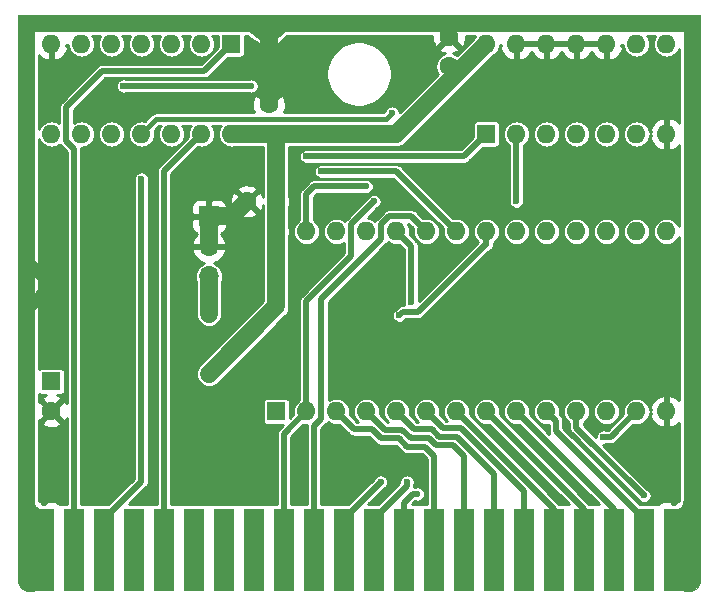
<source format=gbr>
G04 #@! TF.GenerationSoftware,KiCad,Pcbnew,(5.1.2)-1*
G04 #@! TF.CreationDate,2019-11-02T02:49:22-04:00*
G04 #@! TF.ProjectId,superzaxxonduo,73757065-727a-4617-9878-6f6e64756f2e,rev?*
G04 #@! TF.SameCoordinates,Original*
G04 #@! TF.FileFunction,Copper,L2,Bot*
G04 #@! TF.FilePolarity,Positive*
%FSLAX46Y46*%
G04 Gerber Fmt 4.6, Leading zero omitted, Abs format (unit mm)*
G04 Created by KiCad (PCBNEW (5.1.2)-1) date 2019-11-02 02:49:22*
%MOMM*%
%LPD*%
G04 APERTURE LIST*
%ADD10C,0.100000*%
%ADD11C,0.500000*%
%ADD12R,1.750000X7.000000*%
%ADD13C,1.600000*%
%ADD14R,1.600000X1.600000*%
%ADD15R,1.700000X1.700000*%
%ADD16O,1.700000X1.700000*%
%ADD17C,1.400000*%
%ADD18O,1.400000X1.400000*%
%ADD19O,1.600000X1.600000*%
%ADD20C,0.600000*%
%ADD21C,1.500000*%
%ADD22C,0.535000*%
%ADD23C,1.000000*%
%ADD24C,0.454000*%
%ADD25C,0.254000*%
G04 APERTURE END LIST*
D10*
G36*
X100965000Y-30099000D02*
G01*
X100711000Y-30099000D01*
X99949000Y-30353000D01*
X99441000Y-29972000D01*
X99060000Y-29718000D01*
X98552000Y-29337000D01*
X101854000Y-29210000D01*
X100965000Y-30099000D01*
G37*
X100965000Y-30099000D02*
X100711000Y-30099000D01*
X99949000Y-30353000D01*
X99441000Y-29972000D01*
X99060000Y-29718000D01*
X98552000Y-29337000D01*
X101854000Y-29210000D01*
X100965000Y-30099000D01*
D11*
X80251300Y-69278500D02*
G75*
G03X81076800Y-70104000I825500J0D01*
G01*
X134835900Y-70104000D02*
G75*
G03X135661400Y-69278500I0J825500D01*
G01*
D10*
G36*
X136842500Y-59690000D02*
G01*
X136842500Y-28003500D01*
X79057500Y-28003500D01*
X79057500Y-59690000D01*
X80454500Y-59690000D01*
X80454500Y-29464000D01*
X80518000Y-29400500D01*
X135382000Y-29400500D01*
X135445500Y-29464000D01*
X135445500Y-59690000D01*
X136842500Y-59690000D01*
G37*
X136842500Y-59690000D02*
X136842500Y-28003500D01*
X79057500Y-28003500D01*
X79057500Y-59690000D01*
X80454500Y-59690000D01*
X80454500Y-29464000D01*
X80518000Y-29400500D01*
X135382000Y-29400500D01*
X135445500Y-29464000D01*
X135445500Y-59690000D01*
X136842500Y-59690000D01*
G36*
X80454500Y-76771500D02*
G01*
X79756000Y-76771500D01*
X79311500Y-76517500D01*
X79057500Y-76073000D01*
X79057500Y-75819000D01*
X79057500Y-59690000D01*
X80454500Y-59690000D01*
X80454500Y-76771500D01*
G37*
X80454500Y-76771500D02*
X79756000Y-76771500D01*
X79311500Y-76517500D01*
X79057500Y-76073000D01*
X79057500Y-75819000D01*
X79057500Y-59690000D01*
X80454500Y-59690000D01*
X80454500Y-76771500D01*
G36*
X135445500Y-76771500D02*
G01*
X136144000Y-76771500D01*
X136588500Y-76517500D01*
X136842500Y-76073000D01*
X136842500Y-75819000D01*
X136842500Y-59690000D01*
X135445500Y-59690000D01*
X135445500Y-76771500D01*
G37*
X135445500Y-76771500D02*
X136144000Y-76771500D01*
X136588500Y-76517500D01*
X136842500Y-76073000D01*
X136842500Y-75819000D01*
X136842500Y-59690000D01*
X135445500Y-59690000D01*
X135445500Y-76771500D01*
D12*
X99060000Y-73342500D03*
X104140000Y-73342500D03*
X96520000Y-73342500D03*
X101600000Y-73342500D03*
X93980000Y-73342500D03*
X81280000Y-73342500D03*
X127000000Y-73342500D03*
X124460000Y-73342500D03*
X132080000Y-73342500D03*
X129540000Y-73342500D03*
X134620000Y-73342500D03*
X111760000Y-73342500D03*
X114300000Y-73342500D03*
X109220000Y-73342500D03*
X121920000Y-73342500D03*
X119380000Y-73342500D03*
X106680000Y-73342500D03*
X116840000Y-73342500D03*
X86360000Y-73342500D03*
X83820000Y-73342500D03*
X88900000Y-73342500D03*
X91440000Y-73342500D03*
D13*
X100330000Y-35600000D03*
X100330000Y-38100000D03*
X115570000Y-32385000D03*
X115570000Y-29885000D03*
X100965000Y-43815000D03*
X98465000Y-43815000D03*
D14*
X81915000Y-59055000D03*
D13*
X81915000Y-61555000D03*
D15*
X95250000Y-45085000D03*
D16*
X95250000Y-47625000D03*
X95250000Y-50165000D03*
D17*
X95250000Y-58420000D03*
D18*
X95250000Y-53340000D03*
D14*
X97155000Y-30480000D03*
D19*
X81915000Y-38100000D03*
X94615000Y-30480000D03*
X84455000Y-38100000D03*
X92075000Y-30480000D03*
X86995000Y-38100000D03*
X89535000Y-30480000D03*
X89535000Y-38100000D03*
X86995000Y-30480000D03*
X92075000Y-38100000D03*
X84455000Y-30480000D03*
X94615000Y-38100000D03*
X81915000Y-30480000D03*
X97155000Y-38100000D03*
X118745000Y-30480000D03*
X133985000Y-38100000D03*
X121285000Y-30480000D03*
X131445000Y-38100000D03*
X123825000Y-30480000D03*
X128905000Y-38100000D03*
X126365000Y-30480000D03*
X126365000Y-38100000D03*
X128905000Y-30480000D03*
X123825000Y-38100000D03*
X131445000Y-30480000D03*
X121285000Y-38100000D03*
X133985000Y-30480000D03*
D14*
X118745000Y-38100000D03*
X100965000Y-61595000D03*
D19*
X133985000Y-46355000D03*
X103505000Y-61595000D03*
X131445000Y-46355000D03*
X106045000Y-61595000D03*
X128905000Y-46355000D03*
X108585000Y-61595000D03*
X126365000Y-46355000D03*
X111125000Y-61595000D03*
X123825000Y-46355000D03*
X113665000Y-61595000D03*
X121285000Y-46355000D03*
X116205000Y-61595000D03*
X118745000Y-46355000D03*
X118745000Y-61595000D03*
X116205000Y-46355000D03*
X121285000Y-61595000D03*
X113665000Y-46355000D03*
X123825000Y-61595000D03*
X111125000Y-46355000D03*
X126365000Y-61595000D03*
X108585000Y-46355000D03*
X128905000Y-61595000D03*
X106045000Y-46355000D03*
X131445000Y-61595000D03*
X103505000Y-46355000D03*
X133985000Y-61595000D03*
X100965000Y-46355000D03*
D20*
X80010000Y-44958000D03*
X135890000Y-44958000D03*
X81915000Y-41148000D03*
X81915000Y-50927000D03*
X84963000Y-56896000D03*
X84963000Y-41021000D03*
X86106000Y-35433000D03*
X93980000Y-35560000D03*
X100330000Y-30480000D03*
X105410000Y-64135000D03*
X102870000Y-65659000D03*
X108077000Y-65532000D03*
X110871000Y-66040000D03*
X111125000Y-57531000D03*
X110744000Y-36322000D03*
X88011000Y-34036000D03*
X98806000Y-34036000D03*
X104775000Y-41275000D03*
X108585000Y-42545000D03*
X109220000Y-43815000D03*
X121285000Y-43815000D03*
X89535000Y-41910000D03*
X103505000Y-40005000D03*
X109781998Y-67564000D03*
X111379000Y-53467000D03*
X112014000Y-67564000D03*
X112395000Y-52324000D03*
X132080000Y-68707000D03*
X112903000Y-68580000D03*
X128651000Y-63754000D03*
D21*
X95250000Y-47625000D02*
X95250000Y-45085000D01*
X97195000Y-45085000D02*
X98465000Y-43815000D01*
X95250000Y-45085000D02*
X97195000Y-45085000D01*
X100330000Y-35600000D02*
X100330000Y-34468630D01*
X100330000Y-34468630D02*
X100330000Y-30480000D01*
D22*
X114260000Y-28575000D02*
X115570000Y-29885000D01*
X100330000Y-29210000D02*
X100965000Y-28575000D01*
X100965000Y-28575000D02*
X114260000Y-28575000D01*
X100330000Y-29210000D02*
X99949000Y-29210000D01*
X99949000Y-29210000D02*
X99314000Y-28575000D01*
X99314000Y-28575000D02*
X80391000Y-28575000D01*
X80391000Y-28575000D02*
X80264000Y-28575000D01*
X80264000Y-28575000D02*
X80010000Y-28829000D01*
X80010000Y-28829000D02*
X80010000Y-44958000D01*
X80010000Y-44958000D02*
X80010000Y-44958000D01*
X80010000Y-49022000D02*
X80010000Y-44958000D01*
D23*
X81915000Y-50927000D02*
X80010000Y-49022000D01*
D22*
X79870000Y-73342500D02*
X81280000Y-73342500D01*
X79502000Y-72974500D02*
X79870000Y-73342500D01*
X79502000Y-68728135D02*
X79502000Y-72974500D01*
D23*
X81915000Y-50927000D02*
X80010000Y-52832000D01*
D22*
X80010000Y-52832000D02*
X80010000Y-68093820D01*
X80010000Y-68093820D02*
X79929230Y-68279770D01*
X79929230Y-68279770D02*
X79883000Y-68326000D01*
X79883000Y-68326000D02*
X79883000Y-68347135D01*
X79883000Y-68347135D02*
X79502000Y-68728135D01*
D21*
X100330000Y-30480000D02*
X100330000Y-29210000D01*
X100965000Y-45223630D02*
X100965000Y-38100000D01*
X100965000Y-46355000D02*
X100965000Y-45223630D01*
X97155000Y-38100000D02*
X100965000Y-38100000D01*
X100965000Y-38100000D02*
X111125000Y-38100000D01*
D22*
X116840000Y-32385000D02*
X118110000Y-31115000D01*
X115570000Y-32385000D02*
X116840000Y-32385000D01*
D21*
X111125000Y-38100000D02*
X118110000Y-31115000D01*
X118110000Y-31115000D02*
X118745000Y-30480000D01*
X100965000Y-52705000D02*
X100965000Y-46355000D01*
X95250000Y-58420000D02*
X100965000Y-52705000D01*
X95250000Y-50165000D02*
X95250000Y-53340000D01*
D22*
X94869000Y-32766000D02*
X97155000Y-30480000D01*
X86233000Y-32766000D02*
X94869000Y-32766000D01*
X83187499Y-35811501D02*
X86233000Y-32766000D01*
X83187499Y-38708401D02*
X83187499Y-35811501D01*
X83820000Y-73342500D02*
X83820000Y-39340902D01*
X83820000Y-39340902D02*
X83187499Y-38708401D01*
D24*
X90807999Y-36827001D02*
X110238999Y-36827001D01*
X89535000Y-38100000D02*
X90807999Y-36827001D01*
X110238999Y-36827001D02*
X110744000Y-36322000D01*
X110744000Y-36322000D02*
X110744000Y-36322000D01*
D22*
X88011000Y-34036000D02*
X98806000Y-34036000D01*
X98806000Y-34036000D02*
X98806000Y-34036000D01*
X111125000Y-41275000D02*
X116205000Y-46355000D01*
X104775000Y-41275000D02*
X111125000Y-41275000D01*
X91440000Y-41275000D02*
X94615000Y-38100000D01*
X91440000Y-73342500D02*
X91440000Y-41275000D01*
X104140000Y-42545000D02*
X108585000Y-42545000D01*
X103505000Y-46355000D02*
X103505000Y-43180000D01*
X103505000Y-43180000D02*
X104140000Y-42545000D01*
X101600000Y-63500000D02*
X103505000Y-61595000D01*
X101600000Y-73342500D02*
X101600000Y-63500000D01*
X107317499Y-48463941D02*
X107317499Y-45717501D01*
X103505000Y-61595000D02*
X103505000Y-52276440D01*
X103505000Y-52276440D02*
X107317499Y-48463941D01*
X107317499Y-45717501D02*
X109220000Y-43815000D01*
X109220000Y-43815000D02*
X109220000Y-43815000D01*
X121285000Y-43815000D02*
X121285000Y-38100000D01*
X86360000Y-70717500D02*
X89535000Y-67542500D01*
X86360000Y-73342500D02*
X86360000Y-70717500D01*
X89535000Y-67542500D02*
X89535000Y-41910000D01*
X89535000Y-41910000D02*
X89535000Y-41910000D01*
X103505000Y-40005000D02*
X116840000Y-40005000D01*
X116840000Y-40005000D02*
X118745000Y-38100000D01*
X114300000Y-69850000D02*
X114300000Y-73342500D01*
X113540640Y-64589020D02*
X114300000Y-65348380D01*
X114300000Y-65348380D02*
X114300000Y-69850000D01*
X107569000Y-63119000D02*
X109069540Y-63119000D01*
X106045000Y-61595000D02*
X107569000Y-63119000D01*
X109069540Y-63119000D02*
X109831540Y-63881000D01*
X109831540Y-63881000D02*
X111332080Y-63881000D01*
X111332080Y-63881000D02*
X112040098Y-64589020D01*
X112040098Y-64589020D02*
X113540640Y-64589020D01*
X116840000Y-69850000D02*
X116840000Y-73342500D01*
X108585000Y-61595000D02*
X110120730Y-63130730D01*
X111621270Y-63130730D02*
X112344549Y-63854010D01*
X110120730Y-63130730D02*
X111621270Y-63130730D01*
X113845090Y-63854010D02*
X114464828Y-64473750D01*
X112344549Y-63854010D02*
X113845090Y-63854010D01*
X114464828Y-64473750D02*
X115908750Y-64473750D01*
X116840000Y-65405000D02*
X116840000Y-73342500D01*
X115908750Y-64473750D02*
X116840000Y-65405000D01*
X119380000Y-69850000D02*
X119380000Y-73342500D01*
X119380000Y-66848920D02*
X119380000Y-73342500D01*
X116269820Y-63738740D02*
X119380000Y-66848920D01*
X114769279Y-63738740D02*
X116269820Y-63738740D01*
X114149540Y-63119000D02*
X114769279Y-63738740D01*
X111125000Y-61595000D02*
X112649000Y-63119000D01*
X112649000Y-63119000D02*
X114149540Y-63119000D01*
X121920000Y-69850000D02*
X121920000Y-73342500D01*
X113665000Y-61595000D02*
X115073730Y-63003730D01*
X115073730Y-63003730D02*
X116574270Y-63003730D01*
X121920000Y-68349460D02*
X121920000Y-69850000D01*
X116574270Y-63003730D02*
X121920000Y-68349460D01*
X124460000Y-69850000D02*
X124460000Y-73342500D01*
X116205000Y-61595000D02*
X124460000Y-69850000D01*
X106680000Y-70665998D02*
X109781998Y-67564000D01*
X106680000Y-73342500D02*
X106680000Y-70665998D01*
X109781998Y-67564000D02*
X109781998Y-67564000D01*
X118745000Y-47486370D02*
X118745000Y-46355000D01*
X118733370Y-47498000D02*
X118745000Y-47486370D01*
X118618000Y-47498000D02*
X118733370Y-47498000D01*
X112948999Y-53167001D02*
X118618000Y-47498000D01*
X111678999Y-53167001D02*
X112948999Y-53167001D01*
X111379000Y-53467000D02*
X111678999Y-53167001D01*
X127000000Y-69850000D02*
X127000000Y-73342500D01*
X118745000Y-61595000D02*
X127000000Y-69850000D01*
X129540000Y-69850000D02*
X129540000Y-73342500D01*
X121285000Y-61595000D02*
X129540000Y-69850000D01*
X112865001Y-45555001D02*
X113665000Y-46355000D01*
X112397499Y-45087499D02*
X112865001Y-45555001D01*
X110516599Y-45087499D02*
X112397499Y-45087499D01*
X109857499Y-45746599D02*
X110516599Y-45087499D01*
X109857499Y-46963401D02*
X109857499Y-45746599D01*
X104777499Y-52043401D02*
X109857499Y-46963401D01*
X104777499Y-62198403D02*
X104777499Y-52043401D01*
X104140000Y-62835902D02*
X104777499Y-62198403D01*
X104140000Y-73342500D02*
X104140000Y-62835902D01*
X132080000Y-70717500D02*
X132080000Y-73342500D01*
X124624999Y-63262499D02*
X132080000Y-70717500D01*
X124624999Y-62394999D02*
X124624999Y-63262499D01*
X123825000Y-61595000D02*
X124624999Y-62394999D01*
X109220000Y-73342500D02*
X109220000Y-70717500D01*
X109220000Y-70717500D02*
X112014000Y-67923500D01*
X112014000Y-67923500D02*
X112014000Y-67564000D01*
X112014000Y-67564000D02*
X112014000Y-67564000D01*
X112395000Y-47625000D02*
X111125000Y-46355000D01*
X112395000Y-52324000D02*
X112395000Y-47625000D01*
X126365000Y-62992000D02*
X126365000Y-61595000D01*
X132080000Y-68707000D02*
X126365000Y-62992000D01*
X111760000Y-69307500D02*
X112487500Y-68580000D01*
X111760000Y-73342500D02*
X111760000Y-69307500D01*
X112487500Y-68580000D02*
X112903000Y-68580000D01*
X112903000Y-68580000D02*
X112903000Y-68580000D01*
X129286000Y-63754000D02*
X131445000Y-61595000D01*
X128651000Y-63754000D02*
X129286000Y-63754000D01*
D25*
G36*
X105403003Y-62555816D02*
G01*
X105602785Y-62662602D01*
X105819561Y-62728360D01*
X105988508Y-62745000D01*
X106101492Y-62745000D01*
X106270439Y-62728360D01*
X106297021Y-62720297D01*
X107110910Y-63534186D01*
X107130249Y-63557751D01*
X107182419Y-63600565D01*
X107224275Y-63634916D01*
X107246221Y-63646646D01*
X107331550Y-63692255D01*
X107447949Y-63727565D01*
X107538671Y-63736500D01*
X107538673Y-63736500D01*
X107568999Y-63739487D01*
X107599325Y-63736500D01*
X108813764Y-63736500D01*
X109373454Y-64296191D01*
X109392789Y-64319751D01*
X109416347Y-64339084D01*
X109486815Y-64396916D01*
X109543595Y-64427265D01*
X109594090Y-64454255D01*
X109710489Y-64489565D01*
X109801211Y-64498500D01*
X109801214Y-64498500D01*
X109831540Y-64501487D01*
X109861866Y-64498500D01*
X111076304Y-64498500D01*
X111582011Y-65004210D01*
X111601347Y-65027771D01*
X111640954Y-65060275D01*
X111695372Y-65104935D01*
X111695374Y-65104936D01*
X111802648Y-65162275D01*
X111919047Y-65197585D01*
X112009769Y-65206520D01*
X112009771Y-65206520D01*
X112040097Y-65209507D01*
X112070423Y-65206520D01*
X113284864Y-65206520D01*
X113682500Y-65604157D01*
X113682501Y-69469000D01*
X112471776Y-69469000D01*
X112732047Y-69208730D01*
X112838981Y-69230000D01*
X112967019Y-69230000D01*
X113092598Y-69205021D01*
X113210890Y-69156022D01*
X113317351Y-69084888D01*
X113407888Y-68994351D01*
X113479022Y-68887890D01*
X113528021Y-68769598D01*
X113553000Y-68644019D01*
X113553000Y-68515981D01*
X113528021Y-68390402D01*
X113479022Y-68272110D01*
X113407888Y-68165649D01*
X113317351Y-68075112D01*
X113210890Y-68003978D01*
X113092598Y-67954979D01*
X112967019Y-67930000D01*
X112838981Y-67930000D01*
X112713402Y-67954979D01*
X112695245Y-67962500D01*
X112630646Y-67962500D01*
X112631500Y-67953829D01*
X112631500Y-67953826D01*
X112634487Y-67923500D01*
X112631500Y-67893174D01*
X112631500Y-67771755D01*
X112639021Y-67753598D01*
X112664000Y-67628019D01*
X112664000Y-67499981D01*
X112639021Y-67374402D01*
X112590022Y-67256110D01*
X112518888Y-67149649D01*
X112428351Y-67059112D01*
X112321890Y-66987978D01*
X112203598Y-66938979D01*
X112078019Y-66914000D01*
X111949981Y-66914000D01*
X111824402Y-66938979D01*
X111706110Y-66987978D01*
X111599649Y-67059112D01*
X111509112Y-67149649D01*
X111437978Y-67256110D01*
X111388979Y-67374402D01*
X111364000Y-67499981D01*
X111364000Y-67628019D01*
X111375979Y-67688244D01*
X109595224Y-69469000D01*
X108750275Y-69469000D01*
X110071733Y-68147542D01*
X110089888Y-68140022D01*
X110196349Y-68068888D01*
X110286886Y-67978351D01*
X110358020Y-67871890D01*
X110407019Y-67753598D01*
X110431998Y-67628019D01*
X110431998Y-67499981D01*
X110407019Y-67374402D01*
X110358020Y-67256110D01*
X110286886Y-67149649D01*
X110196349Y-67059112D01*
X110089888Y-66987978D01*
X109971596Y-66938979D01*
X109846017Y-66914000D01*
X109717979Y-66914000D01*
X109592400Y-66938979D01*
X109474108Y-66987978D01*
X109367647Y-67059112D01*
X109277110Y-67149649D01*
X109205976Y-67256110D01*
X109198456Y-67274265D01*
X107003722Y-69469000D01*
X104757500Y-69469000D01*
X104757500Y-63091678D01*
X105192691Y-62656488D01*
X105216250Y-62637154D01*
X105254628Y-62590390D01*
X105293415Y-62543128D01*
X105322115Y-62489433D01*
X105403003Y-62555816D01*
X105403003Y-62555816D01*
G37*
X105403003Y-62555816D02*
X105602785Y-62662602D01*
X105819561Y-62728360D01*
X105988508Y-62745000D01*
X106101492Y-62745000D01*
X106270439Y-62728360D01*
X106297021Y-62720297D01*
X107110910Y-63534186D01*
X107130249Y-63557751D01*
X107182419Y-63600565D01*
X107224275Y-63634916D01*
X107246221Y-63646646D01*
X107331550Y-63692255D01*
X107447949Y-63727565D01*
X107538671Y-63736500D01*
X107538673Y-63736500D01*
X107568999Y-63739487D01*
X107599325Y-63736500D01*
X108813764Y-63736500D01*
X109373454Y-64296191D01*
X109392789Y-64319751D01*
X109416347Y-64339084D01*
X109486815Y-64396916D01*
X109543595Y-64427265D01*
X109594090Y-64454255D01*
X109710489Y-64489565D01*
X109801211Y-64498500D01*
X109801214Y-64498500D01*
X109831540Y-64501487D01*
X109861866Y-64498500D01*
X111076304Y-64498500D01*
X111582011Y-65004210D01*
X111601347Y-65027771D01*
X111640954Y-65060275D01*
X111695372Y-65104935D01*
X111695374Y-65104936D01*
X111802648Y-65162275D01*
X111919047Y-65197585D01*
X112009769Y-65206520D01*
X112009771Y-65206520D01*
X112040097Y-65209507D01*
X112070423Y-65206520D01*
X113284864Y-65206520D01*
X113682500Y-65604157D01*
X113682501Y-69469000D01*
X112471776Y-69469000D01*
X112732047Y-69208730D01*
X112838981Y-69230000D01*
X112967019Y-69230000D01*
X113092598Y-69205021D01*
X113210890Y-69156022D01*
X113317351Y-69084888D01*
X113407888Y-68994351D01*
X113479022Y-68887890D01*
X113528021Y-68769598D01*
X113553000Y-68644019D01*
X113553000Y-68515981D01*
X113528021Y-68390402D01*
X113479022Y-68272110D01*
X113407888Y-68165649D01*
X113317351Y-68075112D01*
X113210890Y-68003978D01*
X113092598Y-67954979D01*
X112967019Y-67930000D01*
X112838981Y-67930000D01*
X112713402Y-67954979D01*
X112695245Y-67962500D01*
X112630646Y-67962500D01*
X112631500Y-67953829D01*
X112631500Y-67953826D01*
X112634487Y-67923500D01*
X112631500Y-67893174D01*
X112631500Y-67771755D01*
X112639021Y-67753598D01*
X112664000Y-67628019D01*
X112664000Y-67499981D01*
X112639021Y-67374402D01*
X112590022Y-67256110D01*
X112518888Y-67149649D01*
X112428351Y-67059112D01*
X112321890Y-66987978D01*
X112203598Y-66938979D01*
X112078019Y-66914000D01*
X111949981Y-66914000D01*
X111824402Y-66938979D01*
X111706110Y-66987978D01*
X111599649Y-67059112D01*
X111509112Y-67149649D01*
X111437978Y-67256110D01*
X111388979Y-67374402D01*
X111364000Y-67499981D01*
X111364000Y-67628019D01*
X111375979Y-67688244D01*
X109595224Y-69469000D01*
X108750275Y-69469000D01*
X110071733Y-68147542D01*
X110089888Y-68140022D01*
X110196349Y-68068888D01*
X110286886Y-67978351D01*
X110358020Y-67871890D01*
X110407019Y-67753598D01*
X110431998Y-67628019D01*
X110431998Y-67499981D01*
X110407019Y-67374402D01*
X110358020Y-67256110D01*
X110286886Y-67149649D01*
X110196349Y-67059112D01*
X110089888Y-66987978D01*
X109971596Y-66938979D01*
X109846017Y-66914000D01*
X109717979Y-66914000D01*
X109592400Y-66938979D01*
X109474108Y-66987978D01*
X109367647Y-67059112D01*
X109277110Y-67149649D01*
X109205976Y-67256110D01*
X109198456Y-67274265D01*
X107003722Y-69469000D01*
X104757500Y-69469000D01*
X104757500Y-63091678D01*
X105192691Y-62656488D01*
X105216250Y-62637154D01*
X105254628Y-62590390D01*
X105293415Y-62543128D01*
X105322115Y-62489433D01*
X105403003Y-62555816D01*
G36*
X133024184Y-29838003D02*
G01*
X132917398Y-30037785D01*
X132851640Y-30254561D01*
X132829436Y-30480000D01*
X132851640Y-30705439D01*
X132917398Y-30922215D01*
X133024184Y-31121997D01*
X133167893Y-31297107D01*
X133343003Y-31440816D01*
X133542785Y-31547602D01*
X133759561Y-31613360D01*
X133928508Y-31630000D01*
X134041492Y-31630000D01*
X134210439Y-31613360D01*
X134427215Y-31547602D01*
X134626997Y-31440816D01*
X134802107Y-31297107D01*
X134945816Y-31121997D01*
X135045500Y-30935502D01*
X135045500Y-37143543D01*
X134948414Y-37036481D01*
X134722420Y-36868963D01*
X134468087Y-36748754D01*
X134334039Y-36708096D01*
X134112000Y-36830085D01*
X134112000Y-37973000D01*
X134132000Y-37973000D01*
X134132000Y-38227000D01*
X134112000Y-38227000D01*
X134112000Y-39369915D01*
X134334039Y-39491904D01*
X134468087Y-39451246D01*
X134722420Y-39331037D01*
X134948414Y-39163519D01*
X135045500Y-39056457D01*
X135045500Y-45899498D01*
X134945816Y-45713003D01*
X134802107Y-45537893D01*
X134626997Y-45394184D01*
X134427215Y-45287398D01*
X134210439Y-45221640D01*
X134041492Y-45205000D01*
X133928508Y-45205000D01*
X133759561Y-45221640D01*
X133542785Y-45287398D01*
X133343003Y-45394184D01*
X133167893Y-45537893D01*
X133024184Y-45713003D01*
X132917398Y-45912785D01*
X132851640Y-46129561D01*
X132829436Y-46355000D01*
X132851640Y-46580439D01*
X132917398Y-46797215D01*
X133024184Y-46996997D01*
X133167893Y-47172107D01*
X133343003Y-47315816D01*
X133542785Y-47422602D01*
X133759561Y-47488360D01*
X133928508Y-47505000D01*
X134041492Y-47505000D01*
X134210439Y-47488360D01*
X134427215Y-47422602D01*
X134626997Y-47315816D01*
X134802107Y-47172107D01*
X134945816Y-46996997D01*
X135045500Y-46810502D01*
X135045500Y-60638543D01*
X134948414Y-60531481D01*
X134722420Y-60363963D01*
X134468087Y-60243754D01*
X134334039Y-60203096D01*
X134112000Y-60325085D01*
X134112000Y-61468000D01*
X134132000Y-61468000D01*
X134132000Y-61722000D01*
X134112000Y-61722000D01*
X134112000Y-62864915D01*
X134334039Y-62986904D01*
X134468087Y-62946246D01*
X134722420Y-62826037D01*
X134948414Y-62658519D01*
X135045500Y-62551457D01*
X135045500Y-69206771D01*
X134905750Y-69207500D01*
X134747000Y-69366250D01*
X134747000Y-69469000D01*
X134493000Y-69469000D01*
X134493000Y-69366250D01*
X134334250Y-69207500D01*
X133745000Y-69204428D01*
X133620518Y-69216688D01*
X133500820Y-69252998D01*
X133390506Y-69311963D01*
X133293815Y-69391315D01*
X133230061Y-69469000D01*
X131704777Y-69469000D01*
X125242499Y-63006723D01*
X125242499Y-62425324D01*
X125245486Y-62394998D01*
X125238098Y-62319986D01*
X125233564Y-62273948D01*
X125198254Y-62157549D01*
X125140916Y-62050276D01*
X125140915Y-62050274D01*
X125108020Y-62010192D01*
X125063750Y-61956248D01*
X125040186Y-61936910D01*
X124950297Y-61847021D01*
X124958360Y-61820439D01*
X124980564Y-61595000D01*
X125209436Y-61595000D01*
X125231640Y-61820439D01*
X125297398Y-62037215D01*
X125404184Y-62236997D01*
X125547893Y-62412107D01*
X125723003Y-62555816D01*
X125747500Y-62568910D01*
X125747500Y-62961673D01*
X125744513Y-62992000D01*
X125747500Y-63022326D01*
X125747500Y-63022328D01*
X125756435Y-63113050D01*
X125789735Y-63222824D01*
X125791745Y-63229449D01*
X125849084Y-63336724D01*
X125874899Y-63368179D01*
X125926249Y-63430751D01*
X125949814Y-63450090D01*
X131496458Y-68996735D01*
X131503978Y-69014890D01*
X131575112Y-69121351D01*
X131665649Y-69211888D01*
X131772110Y-69283022D01*
X131890402Y-69332021D01*
X132015981Y-69357000D01*
X132144019Y-69357000D01*
X132269598Y-69332021D01*
X132387890Y-69283022D01*
X132494351Y-69211888D01*
X132584888Y-69121351D01*
X132656022Y-69014890D01*
X132705021Y-68896598D01*
X132730000Y-68771019D01*
X132730000Y-68642981D01*
X132705021Y-68517402D01*
X132656022Y-68399110D01*
X132584888Y-68292649D01*
X132494351Y-68202112D01*
X132387890Y-68130978D01*
X132369735Y-68123458D01*
X128650276Y-64404000D01*
X128715019Y-64404000D01*
X128840598Y-64379021D01*
X128858755Y-64371500D01*
X129255674Y-64371500D01*
X129286000Y-64374487D01*
X129316326Y-64371500D01*
X129316329Y-64371500D01*
X129407051Y-64362565D01*
X129523450Y-64327255D01*
X129630724Y-64269916D01*
X129724751Y-64192751D01*
X129744090Y-64169186D01*
X131192980Y-62720297D01*
X131219561Y-62728360D01*
X131388508Y-62745000D01*
X131501492Y-62745000D01*
X131670439Y-62728360D01*
X131887215Y-62662602D01*
X132086997Y-62555816D01*
X132262107Y-62412107D01*
X132405816Y-62236997D01*
X132512602Y-62037215D01*
X132578360Y-61820439D01*
X132588055Y-61722002D01*
X132714375Y-61722002D01*
X132593091Y-61944040D01*
X132687930Y-62208881D01*
X132832615Y-62450131D01*
X133021586Y-62658519D01*
X133247580Y-62826037D01*
X133501913Y-62946246D01*
X133635961Y-62986904D01*
X133858000Y-62864915D01*
X133858000Y-61722000D01*
X133838000Y-61722000D01*
X133838000Y-61468000D01*
X133858000Y-61468000D01*
X133858000Y-60325085D01*
X133635961Y-60203096D01*
X133501913Y-60243754D01*
X133247580Y-60363963D01*
X133021586Y-60531481D01*
X132832615Y-60739869D01*
X132687930Y-60981119D01*
X132593091Y-61245960D01*
X132714375Y-61467998D01*
X132588055Y-61467998D01*
X132578360Y-61369561D01*
X132512602Y-61152785D01*
X132405816Y-60953003D01*
X132262107Y-60777893D01*
X132086997Y-60634184D01*
X131887215Y-60527398D01*
X131670439Y-60461640D01*
X131501492Y-60445000D01*
X131388508Y-60445000D01*
X131219561Y-60461640D01*
X131002785Y-60527398D01*
X130803003Y-60634184D01*
X130627893Y-60777893D01*
X130484184Y-60953003D01*
X130377398Y-61152785D01*
X130311640Y-61369561D01*
X130289436Y-61595000D01*
X130311640Y-61820439D01*
X130319703Y-61847020D01*
X129030224Y-63136500D01*
X128858755Y-63136500D01*
X128840598Y-63128979D01*
X128715019Y-63104000D01*
X128586981Y-63104000D01*
X128461402Y-63128979D01*
X128343110Y-63177978D01*
X128236649Y-63249112D01*
X128146112Y-63339649D01*
X128074978Y-63446110D01*
X128025979Y-63564402D01*
X128001000Y-63689981D01*
X128001000Y-63754724D01*
X126982500Y-62736224D01*
X126982500Y-62568910D01*
X127006997Y-62555816D01*
X127182107Y-62412107D01*
X127325816Y-62236997D01*
X127432602Y-62037215D01*
X127498360Y-61820439D01*
X127520564Y-61595000D01*
X127749436Y-61595000D01*
X127771640Y-61820439D01*
X127837398Y-62037215D01*
X127944184Y-62236997D01*
X128087893Y-62412107D01*
X128263003Y-62555816D01*
X128462785Y-62662602D01*
X128679561Y-62728360D01*
X128848508Y-62745000D01*
X128961492Y-62745000D01*
X129130439Y-62728360D01*
X129347215Y-62662602D01*
X129546997Y-62555816D01*
X129722107Y-62412107D01*
X129865816Y-62236997D01*
X129972602Y-62037215D01*
X130038360Y-61820439D01*
X130060564Y-61595000D01*
X130038360Y-61369561D01*
X129972602Y-61152785D01*
X129865816Y-60953003D01*
X129722107Y-60777893D01*
X129546997Y-60634184D01*
X129347215Y-60527398D01*
X129130439Y-60461640D01*
X128961492Y-60445000D01*
X128848508Y-60445000D01*
X128679561Y-60461640D01*
X128462785Y-60527398D01*
X128263003Y-60634184D01*
X128087893Y-60777893D01*
X127944184Y-60953003D01*
X127837398Y-61152785D01*
X127771640Y-61369561D01*
X127749436Y-61595000D01*
X127520564Y-61595000D01*
X127498360Y-61369561D01*
X127432602Y-61152785D01*
X127325816Y-60953003D01*
X127182107Y-60777893D01*
X127006997Y-60634184D01*
X126807215Y-60527398D01*
X126590439Y-60461640D01*
X126421492Y-60445000D01*
X126308508Y-60445000D01*
X126139561Y-60461640D01*
X125922785Y-60527398D01*
X125723003Y-60634184D01*
X125547893Y-60777893D01*
X125404184Y-60953003D01*
X125297398Y-61152785D01*
X125231640Y-61369561D01*
X125209436Y-61595000D01*
X124980564Y-61595000D01*
X124958360Y-61369561D01*
X124892602Y-61152785D01*
X124785816Y-60953003D01*
X124642107Y-60777893D01*
X124466997Y-60634184D01*
X124267215Y-60527398D01*
X124050439Y-60461640D01*
X123881492Y-60445000D01*
X123768508Y-60445000D01*
X123599561Y-60461640D01*
X123382785Y-60527398D01*
X123183003Y-60634184D01*
X123007893Y-60777893D01*
X122864184Y-60953003D01*
X122757398Y-61152785D01*
X122691640Y-61369561D01*
X122669436Y-61595000D01*
X122691640Y-61820439D01*
X122757398Y-62037215D01*
X122864184Y-62236997D01*
X123007893Y-62412107D01*
X123183003Y-62555816D01*
X123382785Y-62662602D01*
X123599561Y-62728360D01*
X123768508Y-62745000D01*
X123881492Y-62745000D01*
X124007499Y-62732589D01*
X124007499Y-63232173D01*
X124004512Y-63262499D01*
X124007499Y-63292825D01*
X124007499Y-63292828D01*
X124013766Y-63356449D01*
X124016435Y-63383550D01*
X124046745Y-63483469D01*
X122410297Y-61847021D01*
X122418360Y-61820439D01*
X122440564Y-61595000D01*
X122418360Y-61369561D01*
X122352602Y-61152785D01*
X122245816Y-60953003D01*
X122102107Y-60777893D01*
X121926997Y-60634184D01*
X121727215Y-60527398D01*
X121510439Y-60461640D01*
X121341492Y-60445000D01*
X121228508Y-60445000D01*
X121059561Y-60461640D01*
X120842785Y-60527398D01*
X120643003Y-60634184D01*
X120467893Y-60777893D01*
X120324184Y-60953003D01*
X120217398Y-61152785D01*
X120151640Y-61369561D01*
X120129436Y-61595000D01*
X120151640Y-61820439D01*
X120217398Y-62037215D01*
X120324184Y-62236997D01*
X120467893Y-62412107D01*
X120643003Y-62555816D01*
X120842785Y-62662602D01*
X121059561Y-62728360D01*
X121228508Y-62745000D01*
X121341492Y-62745000D01*
X121510439Y-62728360D01*
X121537021Y-62720297D01*
X128285723Y-69469000D01*
X127486145Y-69469000D01*
X127466101Y-69444576D01*
X127438751Y-69411249D01*
X127415192Y-69391915D01*
X119870297Y-61847021D01*
X119878360Y-61820439D01*
X119900564Y-61595000D01*
X119878360Y-61369561D01*
X119812602Y-61152785D01*
X119705816Y-60953003D01*
X119562107Y-60777893D01*
X119386997Y-60634184D01*
X119187215Y-60527398D01*
X118970439Y-60461640D01*
X118801492Y-60445000D01*
X118688508Y-60445000D01*
X118519561Y-60461640D01*
X118302785Y-60527398D01*
X118103003Y-60634184D01*
X117927893Y-60777893D01*
X117784184Y-60953003D01*
X117677398Y-61152785D01*
X117611640Y-61369561D01*
X117589436Y-61595000D01*
X117611640Y-61820439D01*
X117677398Y-62037215D01*
X117784184Y-62236997D01*
X117927893Y-62412107D01*
X118103003Y-62555816D01*
X118302785Y-62662602D01*
X118519561Y-62728360D01*
X118688508Y-62745000D01*
X118801492Y-62745000D01*
X118970439Y-62728360D01*
X118997021Y-62720297D01*
X125745723Y-69469000D01*
X124946145Y-69469000D01*
X124926101Y-69444576D01*
X124898751Y-69411249D01*
X124875192Y-69391915D01*
X117330297Y-61847021D01*
X117338360Y-61820439D01*
X117360564Y-61595000D01*
X117338360Y-61369561D01*
X117272602Y-61152785D01*
X117165816Y-60953003D01*
X117022107Y-60777893D01*
X116846997Y-60634184D01*
X116647215Y-60527398D01*
X116430439Y-60461640D01*
X116261492Y-60445000D01*
X116148508Y-60445000D01*
X115979561Y-60461640D01*
X115762785Y-60527398D01*
X115563003Y-60634184D01*
X115387893Y-60777893D01*
X115244184Y-60953003D01*
X115137398Y-61152785D01*
X115071640Y-61369561D01*
X115049436Y-61595000D01*
X115071640Y-61820439D01*
X115137398Y-62037215D01*
X115244184Y-62236997D01*
X115366656Y-62386230D01*
X115329507Y-62386230D01*
X114790297Y-61847020D01*
X114798360Y-61820439D01*
X114820564Y-61595000D01*
X114798360Y-61369561D01*
X114732602Y-61152785D01*
X114625816Y-60953003D01*
X114482107Y-60777893D01*
X114306997Y-60634184D01*
X114107215Y-60527398D01*
X113890439Y-60461640D01*
X113721492Y-60445000D01*
X113608508Y-60445000D01*
X113439561Y-60461640D01*
X113222785Y-60527398D01*
X113023003Y-60634184D01*
X112847893Y-60777893D01*
X112704184Y-60953003D01*
X112597398Y-61152785D01*
X112531640Y-61369561D01*
X112509436Y-61595000D01*
X112531640Y-61820439D01*
X112597398Y-62037215D01*
X112704184Y-62236997D01*
X112847893Y-62412107D01*
X112956819Y-62501500D01*
X112904776Y-62501500D01*
X112250297Y-61847021D01*
X112258360Y-61820439D01*
X112280564Y-61595000D01*
X112258360Y-61369561D01*
X112192602Y-61152785D01*
X112085816Y-60953003D01*
X111942107Y-60777893D01*
X111766997Y-60634184D01*
X111567215Y-60527398D01*
X111350439Y-60461640D01*
X111181492Y-60445000D01*
X111068508Y-60445000D01*
X110899561Y-60461640D01*
X110682785Y-60527398D01*
X110483003Y-60634184D01*
X110307893Y-60777893D01*
X110164184Y-60953003D01*
X110057398Y-61152785D01*
X109991640Y-61369561D01*
X109969436Y-61595000D01*
X109991640Y-61820439D01*
X110057398Y-62037215D01*
X110164184Y-62236997D01*
X110307893Y-62412107D01*
X110431112Y-62513230D01*
X110376507Y-62513230D01*
X109710297Y-61847020D01*
X109718360Y-61820439D01*
X109740564Y-61595000D01*
X109718360Y-61369561D01*
X109652602Y-61152785D01*
X109545816Y-60953003D01*
X109402107Y-60777893D01*
X109226997Y-60634184D01*
X109027215Y-60527398D01*
X108810439Y-60461640D01*
X108641492Y-60445000D01*
X108528508Y-60445000D01*
X108359561Y-60461640D01*
X108142785Y-60527398D01*
X107943003Y-60634184D01*
X107767893Y-60777893D01*
X107624184Y-60953003D01*
X107517398Y-61152785D01*
X107451640Y-61369561D01*
X107429436Y-61595000D01*
X107451640Y-61820439D01*
X107517398Y-62037215D01*
X107624184Y-62236997D01*
X107767893Y-62412107D01*
X107876819Y-62501500D01*
X107824776Y-62501500D01*
X107170297Y-61847021D01*
X107178360Y-61820439D01*
X107200564Y-61595000D01*
X107178360Y-61369561D01*
X107112602Y-61152785D01*
X107005816Y-60953003D01*
X106862107Y-60777893D01*
X106686997Y-60634184D01*
X106487215Y-60527398D01*
X106270439Y-60461640D01*
X106101492Y-60445000D01*
X105988508Y-60445000D01*
X105819561Y-60461640D01*
X105602785Y-60527398D01*
X105403003Y-60634184D01*
X105394999Y-60640753D01*
X105394999Y-52299177D01*
X110272691Y-47421486D01*
X110296250Y-47402152D01*
X110331412Y-47359307D01*
X110373415Y-47308126D01*
X110403972Y-47250957D01*
X110483003Y-47315816D01*
X110682785Y-47422602D01*
X110899561Y-47488360D01*
X111068508Y-47505000D01*
X111181492Y-47505000D01*
X111350439Y-47488360D01*
X111377020Y-47480297D01*
X111777501Y-47880778D01*
X111777500Y-52116245D01*
X111769979Y-52134402D01*
X111745000Y-52259981D01*
X111745000Y-52388019D01*
X111769979Y-52513598D01*
X111784851Y-52549501D01*
X111709325Y-52549501D01*
X111678999Y-52546514D01*
X111648673Y-52549501D01*
X111648670Y-52549501D01*
X111557948Y-52558436D01*
X111441549Y-52593746D01*
X111334275Y-52651085D01*
X111240248Y-52728250D01*
X111220909Y-52751815D01*
X111089267Y-52883457D01*
X111071110Y-52890978D01*
X110964649Y-52962112D01*
X110874112Y-53052649D01*
X110802978Y-53159110D01*
X110753979Y-53277402D01*
X110729000Y-53402981D01*
X110729000Y-53531019D01*
X110753979Y-53656598D01*
X110802978Y-53774890D01*
X110874112Y-53881351D01*
X110964649Y-53971888D01*
X111071110Y-54043022D01*
X111189402Y-54092021D01*
X111314981Y-54117000D01*
X111443019Y-54117000D01*
X111568598Y-54092021D01*
X111686890Y-54043022D01*
X111793351Y-53971888D01*
X111883888Y-53881351D01*
X111948600Y-53784501D01*
X112918673Y-53784501D01*
X112948999Y-53787488D01*
X112979325Y-53784501D01*
X112979328Y-53784501D01*
X113070050Y-53775566D01*
X113186449Y-53740256D01*
X113293723Y-53682917D01*
X113387750Y-53605752D01*
X113407089Y-53582187D01*
X118895031Y-48094246D01*
X118970820Y-48071255D01*
X119078094Y-48013916D01*
X119172121Y-47936751D01*
X119177363Y-47930363D01*
X119183751Y-47925121D01*
X119260916Y-47831094D01*
X119318255Y-47723820D01*
X119353565Y-47607421D01*
X119362500Y-47516699D01*
X119362500Y-47516697D01*
X119365487Y-47486371D01*
X119362500Y-47456045D01*
X119362500Y-47328910D01*
X119386997Y-47315816D01*
X119562107Y-47172107D01*
X119705816Y-46996997D01*
X119812602Y-46797215D01*
X119878360Y-46580439D01*
X119900564Y-46355000D01*
X120129436Y-46355000D01*
X120151640Y-46580439D01*
X120217398Y-46797215D01*
X120324184Y-46996997D01*
X120467893Y-47172107D01*
X120643003Y-47315816D01*
X120842785Y-47422602D01*
X121059561Y-47488360D01*
X121228508Y-47505000D01*
X121341492Y-47505000D01*
X121510439Y-47488360D01*
X121727215Y-47422602D01*
X121926997Y-47315816D01*
X122102107Y-47172107D01*
X122245816Y-46996997D01*
X122352602Y-46797215D01*
X122418360Y-46580439D01*
X122440564Y-46355000D01*
X122669436Y-46355000D01*
X122691640Y-46580439D01*
X122757398Y-46797215D01*
X122864184Y-46996997D01*
X123007893Y-47172107D01*
X123183003Y-47315816D01*
X123382785Y-47422602D01*
X123599561Y-47488360D01*
X123768508Y-47505000D01*
X123881492Y-47505000D01*
X124050439Y-47488360D01*
X124267215Y-47422602D01*
X124466997Y-47315816D01*
X124642107Y-47172107D01*
X124785816Y-46996997D01*
X124892602Y-46797215D01*
X124958360Y-46580439D01*
X124980564Y-46355000D01*
X125209436Y-46355000D01*
X125231640Y-46580439D01*
X125297398Y-46797215D01*
X125404184Y-46996997D01*
X125547893Y-47172107D01*
X125723003Y-47315816D01*
X125922785Y-47422602D01*
X126139561Y-47488360D01*
X126308508Y-47505000D01*
X126421492Y-47505000D01*
X126590439Y-47488360D01*
X126807215Y-47422602D01*
X127006997Y-47315816D01*
X127182107Y-47172107D01*
X127325816Y-46996997D01*
X127432602Y-46797215D01*
X127498360Y-46580439D01*
X127520564Y-46355000D01*
X127749436Y-46355000D01*
X127771640Y-46580439D01*
X127837398Y-46797215D01*
X127944184Y-46996997D01*
X128087893Y-47172107D01*
X128263003Y-47315816D01*
X128462785Y-47422602D01*
X128679561Y-47488360D01*
X128848508Y-47505000D01*
X128961492Y-47505000D01*
X129130439Y-47488360D01*
X129347215Y-47422602D01*
X129546997Y-47315816D01*
X129722107Y-47172107D01*
X129865816Y-46996997D01*
X129972602Y-46797215D01*
X130038360Y-46580439D01*
X130060564Y-46355000D01*
X130289436Y-46355000D01*
X130311640Y-46580439D01*
X130377398Y-46797215D01*
X130484184Y-46996997D01*
X130627893Y-47172107D01*
X130803003Y-47315816D01*
X131002785Y-47422602D01*
X131219561Y-47488360D01*
X131388508Y-47505000D01*
X131501492Y-47505000D01*
X131670439Y-47488360D01*
X131887215Y-47422602D01*
X132086997Y-47315816D01*
X132262107Y-47172107D01*
X132405816Y-46996997D01*
X132512602Y-46797215D01*
X132578360Y-46580439D01*
X132600564Y-46355000D01*
X132578360Y-46129561D01*
X132512602Y-45912785D01*
X132405816Y-45713003D01*
X132262107Y-45537893D01*
X132086997Y-45394184D01*
X131887215Y-45287398D01*
X131670439Y-45221640D01*
X131501492Y-45205000D01*
X131388508Y-45205000D01*
X131219561Y-45221640D01*
X131002785Y-45287398D01*
X130803003Y-45394184D01*
X130627893Y-45537893D01*
X130484184Y-45713003D01*
X130377398Y-45912785D01*
X130311640Y-46129561D01*
X130289436Y-46355000D01*
X130060564Y-46355000D01*
X130038360Y-46129561D01*
X129972602Y-45912785D01*
X129865816Y-45713003D01*
X129722107Y-45537893D01*
X129546997Y-45394184D01*
X129347215Y-45287398D01*
X129130439Y-45221640D01*
X128961492Y-45205000D01*
X128848508Y-45205000D01*
X128679561Y-45221640D01*
X128462785Y-45287398D01*
X128263003Y-45394184D01*
X128087893Y-45537893D01*
X127944184Y-45713003D01*
X127837398Y-45912785D01*
X127771640Y-46129561D01*
X127749436Y-46355000D01*
X127520564Y-46355000D01*
X127498360Y-46129561D01*
X127432602Y-45912785D01*
X127325816Y-45713003D01*
X127182107Y-45537893D01*
X127006997Y-45394184D01*
X126807215Y-45287398D01*
X126590439Y-45221640D01*
X126421492Y-45205000D01*
X126308508Y-45205000D01*
X126139561Y-45221640D01*
X125922785Y-45287398D01*
X125723003Y-45394184D01*
X125547893Y-45537893D01*
X125404184Y-45713003D01*
X125297398Y-45912785D01*
X125231640Y-46129561D01*
X125209436Y-46355000D01*
X124980564Y-46355000D01*
X124958360Y-46129561D01*
X124892602Y-45912785D01*
X124785816Y-45713003D01*
X124642107Y-45537893D01*
X124466997Y-45394184D01*
X124267215Y-45287398D01*
X124050439Y-45221640D01*
X123881492Y-45205000D01*
X123768508Y-45205000D01*
X123599561Y-45221640D01*
X123382785Y-45287398D01*
X123183003Y-45394184D01*
X123007893Y-45537893D01*
X122864184Y-45713003D01*
X122757398Y-45912785D01*
X122691640Y-46129561D01*
X122669436Y-46355000D01*
X122440564Y-46355000D01*
X122418360Y-46129561D01*
X122352602Y-45912785D01*
X122245816Y-45713003D01*
X122102107Y-45537893D01*
X121926997Y-45394184D01*
X121727215Y-45287398D01*
X121510439Y-45221640D01*
X121341492Y-45205000D01*
X121228508Y-45205000D01*
X121059561Y-45221640D01*
X120842785Y-45287398D01*
X120643003Y-45394184D01*
X120467893Y-45537893D01*
X120324184Y-45713003D01*
X120217398Y-45912785D01*
X120151640Y-46129561D01*
X120129436Y-46355000D01*
X119900564Y-46355000D01*
X119878360Y-46129561D01*
X119812602Y-45912785D01*
X119705816Y-45713003D01*
X119562107Y-45537893D01*
X119386997Y-45394184D01*
X119187215Y-45287398D01*
X118970439Y-45221640D01*
X118801492Y-45205000D01*
X118688508Y-45205000D01*
X118519561Y-45221640D01*
X118302785Y-45287398D01*
X118103003Y-45394184D01*
X117927893Y-45537893D01*
X117784184Y-45713003D01*
X117677398Y-45912785D01*
X117611640Y-46129561D01*
X117589436Y-46355000D01*
X117611640Y-46580439D01*
X117677398Y-46797215D01*
X117784184Y-46996997D01*
X117927893Y-47172107D01*
X118006283Y-47236440D01*
X113034671Y-52208053D01*
X113020021Y-52134402D01*
X113012500Y-52116245D01*
X113012500Y-47655325D01*
X113015487Y-47624999D01*
X113011438Y-47583888D01*
X113003565Y-47503949D01*
X112968255Y-47387550D01*
X112941564Y-47337614D01*
X112910916Y-47280275D01*
X112853084Y-47209807D01*
X112833751Y-47186249D01*
X112810191Y-47166914D01*
X112250297Y-46607020D01*
X112258360Y-46580439D01*
X112280564Y-46355000D01*
X112258360Y-46129561D01*
X112192602Y-45912785D01*
X112085816Y-45713003D01*
X112079247Y-45704999D01*
X112141723Y-45704999D01*
X112449808Y-46013085D01*
X112449814Y-46013090D01*
X112539703Y-46102979D01*
X112531640Y-46129561D01*
X112509436Y-46355000D01*
X112531640Y-46580439D01*
X112597398Y-46797215D01*
X112704184Y-46996997D01*
X112847893Y-47172107D01*
X113023003Y-47315816D01*
X113222785Y-47422602D01*
X113439561Y-47488360D01*
X113608508Y-47505000D01*
X113721492Y-47505000D01*
X113890439Y-47488360D01*
X114107215Y-47422602D01*
X114306997Y-47315816D01*
X114482107Y-47172107D01*
X114625816Y-46996997D01*
X114732602Y-46797215D01*
X114798360Y-46580439D01*
X114820564Y-46355000D01*
X114798360Y-46129561D01*
X114732602Y-45912785D01*
X114625816Y-45713003D01*
X114482107Y-45537893D01*
X114306997Y-45394184D01*
X114107215Y-45287398D01*
X113890439Y-45221640D01*
X113721492Y-45205000D01*
X113608508Y-45205000D01*
X113439561Y-45221640D01*
X113412979Y-45229703D01*
X113323090Y-45139814D01*
X113323085Y-45139808D01*
X112855589Y-44672313D01*
X112836250Y-44648748D01*
X112742223Y-44571583D01*
X112634949Y-44514244D01*
X112518550Y-44478934D01*
X112427828Y-44469999D01*
X112427825Y-44469999D01*
X112397499Y-44467012D01*
X112367173Y-44469999D01*
X110546924Y-44469999D01*
X110516598Y-44467012D01*
X110486272Y-44469999D01*
X110486270Y-44469999D01*
X110395548Y-44478934D01*
X110279149Y-44514244D01*
X110229213Y-44540935D01*
X110171874Y-44571583D01*
X110125616Y-44609546D01*
X110077848Y-44648748D01*
X110058513Y-44672308D01*
X109442308Y-45288514D01*
X109418749Y-45307848D01*
X109399415Y-45331407D01*
X109341583Y-45401875D01*
X109309502Y-45461894D01*
X109226997Y-45394184D01*
X109027215Y-45287398D01*
X108810439Y-45221640D01*
X108697737Y-45210540D01*
X109509735Y-44398542D01*
X109527890Y-44391022D01*
X109634351Y-44319888D01*
X109724888Y-44229351D01*
X109796022Y-44122890D01*
X109845021Y-44004598D01*
X109870000Y-43879019D01*
X109870000Y-43750981D01*
X109845021Y-43625402D01*
X109796022Y-43507110D01*
X109724888Y-43400649D01*
X109634351Y-43310112D01*
X109527890Y-43238978D01*
X109409598Y-43189979D01*
X109284019Y-43165000D01*
X109155981Y-43165000D01*
X109030402Y-43189979D01*
X108912110Y-43238978D01*
X108805649Y-43310112D01*
X108715112Y-43400649D01*
X108643978Y-43507110D01*
X108636458Y-43525265D01*
X106902309Y-45259415D01*
X106878749Y-45278750D01*
X106859415Y-45302309D01*
X106801583Y-45372777D01*
X106758692Y-45453022D01*
X106686997Y-45394184D01*
X106487215Y-45287398D01*
X106270439Y-45221640D01*
X106101492Y-45205000D01*
X105988508Y-45205000D01*
X105819561Y-45221640D01*
X105602785Y-45287398D01*
X105403003Y-45394184D01*
X105227893Y-45537893D01*
X105084184Y-45713003D01*
X104977398Y-45912785D01*
X104911640Y-46129561D01*
X104889436Y-46355000D01*
X104911640Y-46580439D01*
X104977398Y-46797215D01*
X105084184Y-46996997D01*
X105227893Y-47172107D01*
X105403003Y-47315816D01*
X105602785Y-47422602D01*
X105819561Y-47488360D01*
X105988508Y-47505000D01*
X106101492Y-47505000D01*
X106270439Y-47488360D01*
X106487215Y-47422602D01*
X106686997Y-47315816D01*
X106699999Y-47305145D01*
X106699999Y-48208164D01*
X103089810Y-51818354D01*
X103066250Y-51837689D01*
X103046916Y-51861248D01*
X102989084Y-51931716D01*
X102931745Y-52038991D01*
X102896436Y-52155389D01*
X102884513Y-52276440D01*
X102887501Y-52306776D01*
X102887500Y-60621090D01*
X102863003Y-60634184D01*
X102687893Y-60777893D01*
X102544184Y-60953003D01*
X102437398Y-61152785D01*
X102371640Y-61369561D01*
X102349436Y-61595000D01*
X102371640Y-61820439D01*
X102379703Y-61847020D01*
X102116693Y-62110030D01*
X102116693Y-60795000D01*
X102109935Y-60726388D01*
X102089922Y-60660413D01*
X102057422Y-60599610D01*
X102013685Y-60546315D01*
X101960390Y-60502578D01*
X101899587Y-60470078D01*
X101833612Y-60450065D01*
X101765000Y-60443307D01*
X100165000Y-60443307D01*
X100096388Y-60450065D01*
X100030413Y-60470078D01*
X99969610Y-60502578D01*
X99916315Y-60546315D01*
X99872578Y-60599610D01*
X99840078Y-60660413D01*
X99820065Y-60726388D01*
X99813307Y-60795000D01*
X99813307Y-62395000D01*
X99820065Y-62463612D01*
X99840078Y-62529587D01*
X99872578Y-62590390D01*
X99916315Y-62643685D01*
X99969610Y-62687422D01*
X100030413Y-62719922D01*
X100096388Y-62739935D01*
X100165000Y-62746693D01*
X101480031Y-62746693D01*
X101184810Y-63041914D01*
X101161250Y-63061249D01*
X101141916Y-63084808D01*
X101084084Y-63155276D01*
X101026745Y-63262551D01*
X100991436Y-63378949D01*
X100979513Y-63500000D01*
X100982501Y-63530336D01*
X100982500Y-69469000D01*
X92057500Y-69469000D01*
X92057500Y-47981890D01*
X93808524Y-47981890D01*
X93853175Y-48129099D01*
X93978359Y-48391920D01*
X94152412Y-48625269D01*
X94368645Y-48820178D01*
X94618748Y-48969157D01*
X94821362Y-49041030D01*
X94788558Y-49050981D01*
X94580090Y-49162409D01*
X94397366Y-49312366D01*
X94247409Y-49495090D01*
X94135981Y-49703558D01*
X94067363Y-49929759D01*
X94044194Y-50165000D01*
X94067363Y-50400241D01*
X94135981Y-50626442D01*
X94150000Y-50652670D01*
X94150001Y-53394036D01*
X94165917Y-53555638D01*
X94228817Y-53762988D01*
X94330959Y-53954084D01*
X94468420Y-54121581D01*
X94635917Y-54259042D01*
X94827013Y-54361184D01*
X95034363Y-54424084D01*
X95250000Y-54445322D01*
X95465638Y-54424084D01*
X95672988Y-54361184D01*
X95864084Y-54259042D01*
X96031581Y-54121581D01*
X96169042Y-53954084D01*
X96271184Y-53762988D01*
X96334084Y-53555638D01*
X96350000Y-53394036D01*
X96350000Y-50652670D01*
X96364019Y-50626442D01*
X96432637Y-50400241D01*
X96455806Y-50165000D01*
X96432637Y-49929759D01*
X96364019Y-49703558D01*
X96252591Y-49495090D01*
X96102634Y-49312366D01*
X95919910Y-49162409D01*
X95711442Y-49050981D01*
X95678638Y-49041030D01*
X95881252Y-48969157D01*
X96131355Y-48820178D01*
X96347588Y-48625269D01*
X96521641Y-48391920D01*
X96646825Y-48129099D01*
X96691476Y-47981890D01*
X96570155Y-47752000D01*
X95377000Y-47752000D01*
X95377000Y-47772000D01*
X95123000Y-47772000D01*
X95123000Y-47752000D01*
X93929845Y-47752000D01*
X93808524Y-47981890D01*
X92057500Y-47981890D01*
X92057500Y-45935000D01*
X93761928Y-45935000D01*
X93774188Y-46059482D01*
X93810498Y-46179180D01*
X93869463Y-46289494D01*
X93948815Y-46386185D01*
X94045506Y-46465537D01*
X94155820Y-46524502D01*
X94236466Y-46548966D01*
X94152412Y-46624731D01*
X93978359Y-46858080D01*
X93853175Y-47120901D01*
X93808524Y-47268110D01*
X93929845Y-47498000D01*
X95123000Y-47498000D01*
X95123000Y-45212000D01*
X95377000Y-45212000D01*
X95377000Y-47498000D01*
X96570155Y-47498000D01*
X96691476Y-47268110D01*
X96646825Y-47120901D01*
X96521641Y-46858080D01*
X96347588Y-46624731D01*
X96263534Y-46548966D01*
X96344180Y-46524502D01*
X96454494Y-46465537D01*
X96551185Y-46386185D01*
X96630537Y-46289494D01*
X96689502Y-46179180D01*
X96725812Y-46059482D01*
X96738072Y-45935000D01*
X96735000Y-45370750D01*
X96576250Y-45212000D01*
X95377000Y-45212000D01*
X95123000Y-45212000D01*
X93923750Y-45212000D01*
X93765000Y-45370750D01*
X93761928Y-45935000D01*
X92057500Y-45935000D01*
X92057500Y-44235000D01*
X93761928Y-44235000D01*
X93765000Y-44799250D01*
X93923750Y-44958000D01*
X95123000Y-44958000D01*
X95123000Y-43758750D01*
X95377000Y-43758750D01*
X95377000Y-44958000D01*
X96576250Y-44958000D01*
X96726548Y-44807702D01*
X97651903Y-44807702D01*
X97723486Y-45051671D01*
X97978996Y-45172571D01*
X98253184Y-45241300D01*
X98535512Y-45255217D01*
X98815130Y-45213787D01*
X99081292Y-45118603D01*
X99206514Y-45051671D01*
X99278097Y-44807702D01*
X98465000Y-43994605D01*
X97651903Y-44807702D01*
X96726548Y-44807702D01*
X96735000Y-44799250D01*
X96738072Y-44235000D01*
X96725812Y-44110518D01*
X96689502Y-43990820D01*
X96633213Y-43885512D01*
X97024783Y-43885512D01*
X97066213Y-44165130D01*
X97161397Y-44431292D01*
X97228329Y-44556514D01*
X97472298Y-44628097D01*
X98285395Y-43815000D01*
X97472298Y-43001903D01*
X97228329Y-43073486D01*
X97107429Y-43328996D01*
X97038700Y-43603184D01*
X97024783Y-43885512D01*
X96633213Y-43885512D01*
X96630537Y-43880506D01*
X96551185Y-43783815D01*
X96454494Y-43704463D01*
X96344180Y-43645498D01*
X96224482Y-43609188D01*
X96100000Y-43596928D01*
X95535750Y-43600000D01*
X95377000Y-43758750D01*
X95123000Y-43758750D01*
X94964250Y-43600000D01*
X94400000Y-43596928D01*
X94275518Y-43609188D01*
X94155820Y-43645498D01*
X94045506Y-43704463D01*
X93948815Y-43783815D01*
X93869463Y-43880506D01*
X93810498Y-43990820D01*
X93774188Y-44110518D01*
X93761928Y-44235000D01*
X92057500Y-44235000D01*
X92057500Y-42822298D01*
X97651903Y-42822298D01*
X98465000Y-43635395D01*
X99278097Y-42822298D01*
X99206514Y-42578329D01*
X98951004Y-42457429D01*
X98676816Y-42388700D01*
X98394488Y-42374783D01*
X98114870Y-42416213D01*
X97848708Y-42511397D01*
X97723486Y-42578329D01*
X97651903Y-42822298D01*
X92057500Y-42822298D01*
X92057500Y-41530776D01*
X94362980Y-39225297D01*
X94389561Y-39233360D01*
X94558508Y-39250000D01*
X94671492Y-39250000D01*
X94840439Y-39233360D01*
X95057215Y-39167602D01*
X95256997Y-39060816D01*
X95432107Y-38917107D01*
X95575816Y-38741997D01*
X95682602Y-38542215D01*
X95748360Y-38325439D01*
X95770564Y-38100000D01*
X95748360Y-37874561D01*
X95682602Y-37657785D01*
X95575816Y-37458003D01*
X95531498Y-37404001D01*
X96238502Y-37404001D01*
X96194184Y-37458003D01*
X96087398Y-37657785D01*
X96021640Y-37874561D01*
X95999436Y-38100000D01*
X96021640Y-38325439D01*
X96087398Y-38542215D01*
X96194184Y-38741997D01*
X96337893Y-38917107D01*
X96513003Y-39060816D01*
X96712785Y-39167602D01*
X96929561Y-39233360D01*
X97098508Y-39250000D01*
X97211492Y-39250000D01*
X97380439Y-39233360D01*
X97490413Y-39200000D01*
X99865001Y-39200000D01*
X99865000Y-43465540D01*
X99864180Y-43467521D01*
X99863787Y-43464870D01*
X99768603Y-43198708D01*
X99701671Y-43073486D01*
X99457702Y-43001903D01*
X98644605Y-43815000D01*
X99457702Y-44628097D01*
X99701671Y-44556514D01*
X99822571Y-44301004D01*
X99859890Y-44152123D01*
X99865000Y-44164460D01*
X99865000Y-46019587D01*
X99831640Y-46129561D01*
X99809436Y-46355000D01*
X99831640Y-46580439D01*
X99865001Y-46690416D01*
X99865000Y-52249365D01*
X94433974Y-57680392D01*
X94330958Y-57805916D01*
X94228817Y-57997012D01*
X94165917Y-58204363D01*
X94144678Y-58420000D01*
X94165917Y-58635637D01*
X94228817Y-58842988D01*
X94330958Y-59034084D01*
X94468420Y-59201580D01*
X94635916Y-59339042D01*
X94827012Y-59441183D01*
X95034363Y-59504083D01*
X95250000Y-59525322D01*
X95465637Y-59504083D01*
X95672988Y-59441183D01*
X95864084Y-59339042D01*
X95989608Y-59236026D01*
X101704606Y-53521029D01*
X101746581Y-53486581D01*
X101884042Y-53319084D01*
X101931898Y-53229551D01*
X101986184Y-53127989D01*
X102049084Y-52920638D01*
X102070322Y-52705000D01*
X102065000Y-52650964D01*
X102065000Y-46690413D01*
X102098360Y-46580439D01*
X102120564Y-46355000D01*
X102349436Y-46355000D01*
X102371640Y-46580439D01*
X102437398Y-46797215D01*
X102544184Y-46996997D01*
X102687893Y-47172107D01*
X102863003Y-47315816D01*
X103062785Y-47422602D01*
X103279561Y-47488360D01*
X103448508Y-47505000D01*
X103561492Y-47505000D01*
X103730439Y-47488360D01*
X103947215Y-47422602D01*
X104146997Y-47315816D01*
X104322107Y-47172107D01*
X104465816Y-46996997D01*
X104572602Y-46797215D01*
X104638360Y-46580439D01*
X104660564Y-46355000D01*
X104638360Y-46129561D01*
X104572602Y-45912785D01*
X104465816Y-45713003D01*
X104322107Y-45537893D01*
X104146997Y-45394184D01*
X104122500Y-45381090D01*
X104122500Y-43435776D01*
X104395777Y-43162500D01*
X108377245Y-43162500D01*
X108395402Y-43170021D01*
X108520981Y-43195000D01*
X108649019Y-43195000D01*
X108774598Y-43170021D01*
X108892890Y-43121022D01*
X108999351Y-43049888D01*
X109089888Y-42959351D01*
X109161022Y-42852890D01*
X109210021Y-42734598D01*
X109235000Y-42609019D01*
X109235000Y-42480981D01*
X109210021Y-42355402D01*
X109161022Y-42237110D01*
X109089888Y-42130649D01*
X108999351Y-42040112D01*
X108892890Y-41968978D01*
X108774598Y-41919979D01*
X108649019Y-41895000D01*
X108520981Y-41895000D01*
X108395402Y-41919979D01*
X108377245Y-41927500D01*
X104170326Y-41927500D01*
X104140000Y-41924513D01*
X104109674Y-41927500D01*
X104109671Y-41927500D01*
X104018949Y-41936435D01*
X103902550Y-41971745D01*
X103795275Y-42029084D01*
X103744094Y-42071087D01*
X103701249Y-42106249D01*
X103681914Y-42129809D01*
X103089809Y-42721915D01*
X103066250Y-42741249D01*
X103046916Y-42764808D01*
X102989084Y-42835276D01*
X102931745Y-42942551D01*
X102896436Y-43058949D01*
X102884513Y-43180000D01*
X102887501Y-43210336D01*
X102887500Y-45381090D01*
X102863003Y-45394184D01*
X102687893Y-45537893D01*
X102544184Y-45713003D01*
X102437398Y-45912785D01*
X102371640Y-46129561D01*
X102349436Y-46355000D01*
X102120564Y-46355000D01*
X102098360Y-46129561D01*
X102065000Y-46019587D01*
X102065000Y-44164460D01*
X102070806Y-44150443D01*
X102115000Y-43928265D01*
X102115000Y-43701735D01*
X102070806Y-43479557D01*
X102065000Y-43465540D01*
X102065000Y-41210981D01*
X104125000Y-41210981D01*
X104125000Y-41339019D01*
X104149979Y-41464598D01*
X104198978Y-41582890D01*
X104270112Y-41689351D01*
X104360649Y-41779888D01*
X104467110Y-41851022D01*
X104585402Y-41900021D01*
X104710981Y-41925000D01*
X104839019Y-41925000D01*
X104964598Y-41900021D01*
X104982755Y-41892500D01*
X110869224Y-41892500D01*
X115079703Y-46102980D01*
X115071640Y-46129561D01*
X115049436Y-46355000D01*
X115071640Y-46580439D01*
X115137398Y-46797215D01*
X115244184Y-46996997D01*
X115387893Y-47172107D01*
X115563003Y-47315816D01*
X115762785Y-47422602D01*
X115979561Y-47488360D01*
X116148508Y-47505000D01*
X116261492Y-47505000D01*
X116430439Y-47488360D01*
X116647215Y-47422602D01*
X116846997Y-47315816D01*
X117022107Y-47172107D01*
X117165816Y-46996997D01*
X117272602Y-46797215D01*
X117338360Y-46580439D01*
X117360564Y-46355000D01*
X117338360Y-46129561D01*
X117272602Y-45912785D01*
X117165816Y-45713003D01*
X117022107Y-45537893D01*
X116846997Y-45394184D01*
X116647215Y-45287398D01*
X116430439Y-45221640D01*
X116261492Y-45205000D01*
X116148508Y-45205000D01*
X115979561Y-45221640D01*
X115952980Y-45229703D01*
X111583090Y-40859814D01*
X111563751Y-40836249D01*
X111469724Y-40759084D01*
X111362450Y-40701745D01*
X111246051Y-40666435D01*
X111155329Y-40657500D01*
X111155326Y-40657500D01*
X111125000Y-40654513D01*
X111094674Y-40657500D01*
X104982755Y-40657500D01*
X104964598Y-40649979D01*
X104839019Y-40625000D01*
X104710981Y-40625000D01*
X104585402Y-40649979D01*
X104467110Y-40698978D01*
X104360649Y-40770112D01*
X104270112Y-40860649D01*
X104198978Y-40967110D01*
X104149979Y-41085402D01*
X104125000Y-41210981D01*
X102065000Y-41210981D01*
X102065000Y-39940981D01*
X102855000Y-39940981D01*
X102855000Y-40069019D01*
X102879979Y-40194598D01*
X102928978Y-40312890D01*
X103000112Y-40419351D01*
X103090649Y-40509888D01*
X103197110Y-40581022D01*
X103315402Y-40630021D01*
X103440981Y-40655000D01*
X103569019Y-40655000D01*
X103694598Y-40630021D01*
X103712755Y-40622500D01*
X116809674Y-40622500D01*
X116840000Y-40625487D01*
X116870326Y-40622500D01*
X116870329Y-40622500D01*
X116961051Y-40613565D01*
X117077450Y-40578255D01*
X117184724Y-40520916D01*
X117278751Y-40443751D01*
X117298090Y-40420186D01*
X118466584Y-39251693D01*
X119545000Y-39251693D01*
X119613612Y-39244935D01*
X119679587Y-39224922D01*
X119740390Y-39192422D01*
X119793685Y-39148685D01*
X119837422Y-39095390D01*
X119869922Y-39034587D01*
X119889935Y-38968612D01*
X119896693Y-38900000D01*
X119896693Y-38100000D01*
X120129436Y-38100000D01*
X120151640Y-38325439D01*
X120217398Y-38542215D01*
X120324184Y-38741997D01*
X120467893Y-38917107D01*
X120643003Y-39060816D01*
X120667501Y-39073910D01*
X120667500Y-43607245D01*
X120659979Y-43625402D01*
X120635000Y-43750981D01*
X120635000Y-43879019D01*
X120659979Y-44004598D01*
X120708978Y-44122890D01*
X120780112Y-44229351D01*
X120870649Y-44319888D01*
X120977110Y-44391022D01*
X121095402Y-44440021D01*
X121220981Y-44465000D01*
X121349019Y-44465000D01*
X121474598Y-44440021D01*
X121592890Y-44391022D01*
X121699351Y-44319888D01*
X121789888Y-44229351D01*
X121861022Y-44122890D01*
X121910021Y-44004598D01*
X121935000Y-43879019D01*
X121935000Y-43750981D01*
X121910021Y-43625402D01*
X121902500Y-43607245D01*
X121902500Y-39073910D01*
X121926997Y-39060816D01*
X122102107Y-38917107D01*
X122245816Y-38741997D01*
X122352602Y-38542215D01*
X122418360Y-38325439D01*
X122440564Y-38100000D01*
X122669436Y-38100000D01*
X122691640Y-38325439D01*
X122757398Y-38542215D01*
X122864184Y-38741997D01*
X123007893Y-38917107D01*
X123183003Y-39060816D01*
X123382785Y-39167602D01*
X123599561Y-39233360D01*
X123768508Y-39250000D01*
X123881492Y-39250000D01*
X124050439Y-39233360D01*
X124267215Y-39167602D01*
X124466997Y-39060816D01*
X124642107Y-38917107D01*
X124785816Y-38741997D01*
X124892602Y-38542215D01*
X124958360Y-38325439D01*
X124980564Y-38100000D01*
X125209436Y-38100000D01*
X125231640Y-38325439D01*
X125297398Y-38542215D01*
X125404184Y-38741997D01*
X125547893Y-38917107D01*
X125723003Y-39060816D01*
X125922785Y-39167602D01*
X126139561Y-39233360D01*
X126308508Y-39250000D01*
X126421492Y-39250000D01*
X126590439Y-39233360D01*
X126807215Y-39167602D01*
X127006997Y-39060816D01*
X127182107Y-38917107D01*
X127325816Y-38741997D01*
X127432602Y-38542215D01*
X127498360Y-38325439D01*
X127520564Y-38100000D01*
X127749436Y-38100000D01*
X127771640Y-38325439D01*
X127837398Y-38542215D01*
X127944184Y-38741997D01*
X128087893Y-38917107D01*
X128263003Y-39060816D01*
X128462785Y-39167602D01*
X128679561Y-39233360D01*
X128848508Y-39250000D01*
X128961492Y-39250000D01*
X129130439Y-39233360D01*
X129347215Y-39167602D01*
X129546997Y-39060816D01*
X129722107Y-38917107D01*
X129865816Y-38741997D01*
X129972602Y-38542215D01*
X130038360Y-38325439D01*
X130060564Y-38100000D01*
X130289436Y-38100000D01*
X130311640Y-38325439D01*
X130377398Y-38542215D01*
X130484184Y-38741997D01*
X130627893Y-38917107D01*
X130803003Y-39060816D01*
X131002785Y-39167602D01*
X131219561Y-39233360D01*
X131388508Y-39250000D01*
X131501492Y-39250000D01*
X131670439Y-39233360D01*
X131887215Y-39167602D01*
X132086997Y-39060816D01*
X132262107Y-38917107D01*
X132405816Y-38741997D01*
X132512602Y-38542215D01*
X132578360Y-38325439D01*
X132588055Y-38227002D01*
X132714375Y-38227002D01*
X132593091Y-38449040D01*
X132687930Y-38713881D01*
X132832615Y-38955131D01*
X133021586Y-39163519D01*
X133247580Y-39331037D01*
X133501913Y-39451246D01*
X133635961Y-39491904D01*
X133858000Y-39369915D01*
X133858000Y-38227000D01*
X133838000Y-38227000D01*
X133838000Y-37973000D01*
X133858000Y-37973000D01*
X133858000Y-36830085D01*
X133635961Y-36708096D01*
X133501913Y-36748754D01*
X133247580Y-36868963D01*
X133021586Y-37036481D01*
X132832615Y-37244869D01*
X132687930Y-37486119D01*
X132593091Y-37750960D01*
X132714375Y-37972998D01*
X132588055Y-37972998D01*
X132578360Y-37874561D01*
X132512602Y-37657785D01*
X132405816Y-37458003D01*
X132262107Y-37282893D01*
X132086997Y-37139184D01*
X131887215Y-37032398D01*
X131670439Y-36966640D01*
X131501492Y-36950000D01*
X131388508Y-36950000D01*
X131219561Y-36966640D01*
X131002785Y-37032398D01*
X130803003Y-37139184D01*
X130627893Y-37282893D01*
X130484184Y-37458003D01*
X130377398Y-37657785D01*
X130311640Y-37874561D01*
X130289436Y-38100000D01*
X130060564Y-38100000D01*
X130038360Y-37874561D01*
X129972602Y-37657785D01*
X129865816Y-37458003D01*
X129722107Y-37282893D01*
X129546997Y-37139184D01*
X129347215Y-37032398D01*
X129130439Y-36966640D01*
X128961492Y-36950000D01*
X128848508Y-36950000D01*
X128679561Y-36966640D01*
X128462785Y-37032398D01*
X128263003Y-37139184D01*
X128087893Y-37282893D01*
X127944184Y-37458003D01*
X127837398Y-37657785D01*
X127771640Y-37874561D01*
X127749436Y-38100000D01*
X127520564Y-38100000D01*
X127498360Y-37874561D01*
X127432602Y-37657785D01*
X127325816Y-37458003D01*
X127182107Y-37282893D01*
X127006997Y-37139184D01*
X126807215Y-37032398D01*
X126590439Y-36966640D01*
X126421492Y-36950000D01*
X126308508Y-36950000D01*
X126139561Y-36966640D01*
X125922785Y-37032398D01*
X125723003Y-37139184D01*
X125547893Y-37282893D01*
X125404184Y-37458003D01*
X125297398Y-37657785D01*
X125231640Y-37874561D01*
X125209436Y-38100000D01*
X124980564Y-38100000D01*
X124958360Y-37874561D01*
X124892602Y-37657785D01*
X124785816Y-37458003D01*
X124642107Y-37282893D01*
X124466997Y-37139184D01*
X124267215Y-37032398D01*
X124050439Y-36966640D01*
X123881492Y-36950000D01*
X123768508Y-36950000D01*
X123599561Y-36966640D01*
X123382785Y-37032398D01*
X123183003Y-37139184D01*
X123007893Y-37282893D01*
X122864184Y-37458003D01*
X122757398Y-37657785D01*
X122691640Y-37874561D01*
X122669436Y-38100000D01*
X122440564Y-38100000D01*
X122418360Y-37874561D01*
X122352602Y-37657785D01*
X122245816Y-37458003D01*
X122102107Y-37282893D01*
X121926997Y-37139184D01*
X121727215Y-37032398D01*
X121510439Y-36966640D01*
X121341492Y-36950000D01*
X121228508Y-36950000D01*
X121059561Y-36966640D01*
X120842785Y-37032398D01*
X120643003Y-37139184D01*
X120467893Y-37282893D01*
X120324184Y-37458003D01*
X120217398Y-37657785D01*
X120151640Y-37874561D01*
X120129436Y-38100000D01*
X119896693Y-38100000D01*
X119896693Y-37300000D01*
X119889935Y-37231388D01*
X119869922Y-37165413D01*
X119837422Y-37104610D01*
X119793685Y-37051315D01*
X119740390Y-37007578D01*
X119679587Y-36975078D01*
X119613612Y-36955065D01*
X119545000Y-36948307D01*
X117945000Y-36948307D01*
X117876388Y-36955065D01*
X117810413Y-36975078D01*
X117749610Y-37007578D01*
X117696315Y-37051315D01*
X117652578Y-37104610D01*
X117620078Y-37165413D01*
X117600065Y-37231388D01*
X117593307Y-37300000D01*
X117593307Y-38378416D01*
X116584224Y-39387500D01*
X103712755Y-39387500D01*
X103694598Y-39379979D01*
X103569019Y-39355000D01*
X103440981Y-39355000D01*
X103315402Y-39379979D01*
X103197110Y-39428978D01*
X103090649Y-39500112D01*
X103000112Y-39590649D01*
X102928978Y-39697110D01*
X102879979Y-39815402D01*
X102855000Y-39940981D01*
X102065000Y-39940981D01*
X102065000Y-39200000D01*
X111070966Y-39200000D01*
X111125000Y-39205322D01*
X111179034Y-39200000D01*
X111179036Y-39200000D01*
X111340638Y-39184084D01*
X111547988Y-39121184D01*
X111739084Y-39019042D01*
X111906581Y-38881581D01*
X111941033Y-38839601D01*
X118926026Y-31854609D01*
X118926031Y-31854603D01*
X119285642Y-31494992D01*
X119386997Y-31440816D01*
X119562107Y-31297107D01*
X119705816Y-31121997D01*
X119812602Y-30922215D01*
X119878360Y-30705439D01*
X119888055Y-30607002D01*
X120014375Y-30607002D01*
X119893091Y-30829040D01*
X119987930Y-31093881D01*
X120132615Y-31335131D01*
X120321586Y-31543519D01*
X120547580Y-31711037D01*
X120801913Y-31831246D01*
X120935961Y-31871904D01*
X121158000Y-31749915D01*
X121158000Y-30607000D01*
X121412000Y-30607000D01*
X121412000Y-31749915D01*
X121634039Y-31871904D01*
X121768087Y-31831246D01*
X122022420Y-31711037D01*
X122248414Y-31543519D01*
X122437385Y-31335131D01*
X122555000Y-31139018D01*
X122672615Y-31335131D01*
X122861586Y-31543519D01*
X123087580Y-31711037D01*
X123341913Y-31831246D01*
X123475961Y-31871904D01*
X123698000Y-31749915D01*
X123698000Y-30607000D01*
X123952000Y-30607000D01*
X123952000Y-31749915D01*
X124174039Y-31871904D01*
X124308087Y-31831246D01*
X124562420Y-31711037D01*
X124788414Y-31543519D01*
X124977385Y-31335131D01*
X125095000Y-31139018D01*
X125212615Y-31335131D01*
X125401586Y-31543519D01*
X125627580Y-31711037D01*
X125881913Y-31831246D01*
X126015961Y-31871904D01*
X126238000Y-31749915D01*
X126238000Y-30607000D01*
X126492000Y-30607000D01*
X126492000Y-31749915D01*
X126714039Y-31871904D01*
X126848087Y-31831246D01*
X127102420Y-31711037D01*
X127328414Y-31543519D01*
X127517385Y-31335131D01*
X127635000Y-31139018D01*
X127752615Y-31335131D01*
X127941586Y-31543519D01*
X128167580Y-31711037D01*
X128421913Y-31831246D01*
X128555961Y-31871904D01*
X128778000Y-31749915D01*
X128778000Y-30607000D01*
X126492000Y-30607000D01*
X126238000Y-30607000D01*
X123952000Y-30607000D01*
X123698000Y-30607000D01*
X121412000Y-30607000D01*
X121158000Y-30607000D01*
X121138000Y-30607000D01*
X121138000Y-30353000D01*
X121158000Y-30353000D01*
X121158000Y-30333000D01*
X121412000Y-30333000D01*
X121412000Y-30353000D01*
X123698000Y-30353000D01*
X123698000Y-30333000D01*
X123952000Y-30333000D01*
X123952000Y-30353000D01*
X126238000Y-30353000D01*
X126238000Y-30333000D01*
X126492000Y-30333000D01*
X126492000Y-30353000D01*
X128778000Y-30353000D01*
X128778000Y-30333000D01*
X129032000Y-30333000D01*
X129032000Y-30353000D01*
X129052000Y-30353000D01*
X129052000Y-30607000D01*
X129032000Y-30607000D01*
X129032000Y-31749915D01*
X129254039Y-31871904D01*
X129388087Y-31831246D01*
X129642420Y-31711037D01*
X129868414Y-31543519D01*
X130057385Y-31335131D01*
X130202070Y-31093881D01*
X130296909Y-30829040D01*
X130175625Y-30607002D01*
X130301945Y-30607002D01*
X130311640Y-30705439D01*
X130377398Y-30922215D01*
X130484184Y-31121997D01*
X130627893Y-31297107D01*
X130803003Y-31440816D01*
X131002785Y-31547602D01*
X131219561Y-31613360D01*
X131388508Y-31630000D01*
X131501492Y-31630000D01*
X131670439Y-31613360D01*
X131887215Y-31547602D01*
X132086997Y-31440816D01*
X132262107Y-31297107D01*
X132405816Y-31121997D01*
X132512602Y-30922215D01*
X132578360Y-30705439D01*
X132600564Y-30480000D01*
X132578360Y-30254561D01*
X132512602Y-30037785D01*
X132405816Y-29838003D01*
X132375038Y-29800500D01*
X133054962Y-29800500D01*
X133024184Y-29838003D01*
X133024184Y-29838003D01*
G37*
X133024184Y-29838003D02*
X132917398Y-30037785D01*
X132851640Y-30254561D01*
X132829436Y-30480000D01*
X132851640Y-30705439D01*
X132917398Y-30922215D01*
X133024184Y-31121997D01*
X133167893Y-31297107D01*
X133343003Y-31440816D01*
X133542785Y-31547602D01*
X133759561Y-31613360D01*
X133928508Y-31630000D01*
X134041492Y-31630000D01*
X134210439Y-31613360D01*
X134427215Y-31547602D01*
X134626997Y-31440816D01*
X134802107Y-31297107D01*
X134945816Y-31121997D01*
X135045500Y-30935502D01*
X135045500Y-37143543D01*
X134948414Y-37036481D01*
X134722420Y-36868963D01*
X134468087Y-36748754D01*
X134334039Y-36708096D01*
X134112000Y-36830085D01*
X134112000Y-37973000D01*
X134132000Y-37973000D01*
X134132000Y-38227000D01*
X134112000Y-38227000D01*
X134112000Y-39369915D01*
X134334039Y-39491904D01*
X134468087Y-39451246D01*
X134722420Y-39331037D01*
X134948414Y-39163519D01*
X135045500Y-39056457D01*
X135045500Y-45899498D01*
X134945816Y-45713003D01*
X134802107Y-45537893D01*
X134626997Y-45394184D01*
X134427215Y-45287398D01*
X134210439Y-45221640D01*
X134041492Y-45205000D01*
X133928508Y-45205000D01*
X133759561Y-45221640D01*
X133542785Y-45287398D01*
X133343003Y-45394184D01*
X133167893Y-45537893D01*
X133024184Y-45713003D01*
X132917398Y-45912785D01*
X132851640Y-46129561D01*
X132829436Y-46355000D01*
X132851640Y-46580439D01*
X132917398Y-46797215D01*
X133024184Y-46996997D01*
X133167893Y-47172107D01*
X133343003Y-47315816D01*
X133542785Y-47422602D01*
X133759561Y-47488360D01*
X133928508Y-47505000D01*
X134041492Y-47505000D01*
X134210439Y-47488360D01*
X134427215Y-47422602D01*
X134626997Y-47315816D01*
X134802107Y-47172107D01*
X134945816Y-46996997D01*
X135045500Y-46810502D01*
X135045500Y-60638543D01*
X134948414Y-60531481D01*
X134722420Y-60363963D01*
X134468087Y-60243754D01*
X134334039Y-60203096D01*
X134112000Y-60325085D01*
X134112000Y-61468000D01*
X134132000Y-61468000D01*
X134132000Y-61722000D01*
X134112000Y-61722000D01*
X134112000Y-62864915D01*
X134334039Y-62986904D01*
X134468087Y-62946246D01*
X134722420Y-62826037D01*
X134948414Y-62658519D01*
X135045500Y-62551457D01*
X135045500Y-69206771D01*
X134905750Y-69207500D01*
X134747000Y-69366250D01*
X134747000Y-69469000D01*
X134493000Y-69469000D01*
X134493000Y-69366250D01*
X134334250Y-69207500D01*
X133745000Y-69204428D01*
X133620518Y-69216688D01*
X133500820Y-69252998D01*
X133390506Y-69311963D01*
X133293815Y-69391315D01*
X133230061Y-69469000D01*
X131704777Y-69469000D01*
X125242499Y-63006723D01*
X125242499Y-62425324D01*
X125245486Y-62394998D01*
X125238098Y-62319986D01*
X125233564Y-62273948D01*
X125198254Y-62157549D01*
X125140916Y-62050276D01*
X125140915Y-62050274D01*
X125108020Y-62010192D01*
X125063750Y-61956248D01*
X125040186Y-61936910D01*
X124950297Y-61847021D01*
X124958360Y-61820439D01*
X124980564Y-61595000D01*
X125209436Y-61595000D01*
X125231640Y-61820439D01*
X125297398Y-62037215D01*
X125404184Y-62236997D01*
X125547893Y-62412107D01*
X125723003Y-62555816D01*
X125747500Y-62568910D01*
X125747500Y-62961673D01*
X125744513Y-62992000D01*
X125747500Y-63022326D01*
X125747500Y-63022328D01*
X125756435Y-63113050D01*
X125789735Y-63222824D01*
X125791745Y-63229449D01*
X125849084Y-63336724D01*
X125874899Y-63368179D01*
X125926249Y-63430751D01*
X125949814Y-63450090D01*
X131496458Y-68996735D01*
X131503978Y-69014890D01*
X131575112Y-69121351D01*
X131665649Y-69211888D01*
X131772110Y-69283022D01*
X131890402Y-69332021D01*
X132015981Y-69357000D01*
X132144019Y-69357000D01*
X132269598Y-69332021D01*
X132387890Y-69283022D01*
X132494351Y-69211888D01*
X132584888Y-69121351D01*
X132656022Y-69014890D01*
X132705021Y-68896598D01*
X132730000Y-68771019D01*
X132730000Y-68642981D01*
X132705021Y-68517402D01*
X132656022Y-68399110D01*
X132584888Y-68292649D01*
X132494351Y-68202112D01*
X132387890Y-68130978D01*
X132369735Y-68123458D01*
X128650276Y-64404000D01*
X128715019Y-64404000D01*
X128840598Y-64379021D01*
X128858755Y-64371500D01*
X129255674Y-64371500D01*
X129286000Y-64374487D01*
X129316326Y-64371500D01*
X129316329Y-64371500D01*
X129407051Y-64362565D01*
X129523450Y-64327255D01*
X129630724Y-64269916D01*
X129724751Y-64192751D01*
X129744090Y-64169186D01*
X131192980Y-62720297D01*
X131219561Y-62728360D01*
X131388508Y-62745000D01*
X131501492Y-62745000D01*
X131670439Y-62728360D01*
X131887215Y-62662602D01*
X132086997Y-62555816D01*
X132262107Y-62412107D01*
X132405816Y-62236997D01*
X132512602Y-62037215D01*
X132578360Y-61820439D01*
X132588055Y-61722002D01*
X132714375Y-61722002D01*
X132593091Y-61944040D01*
X132687930Y-62208881D01*
X132832615Y-62450131D01*
X133021586Y-62658519D01*
X133247580Y-62826037D01*
X133501913Y-62946246D01*
X133635961Y-62986904D01*
X133858000Y-62864915D01*
X133858000Y-61722000D01*
X133838000Y-61722000D01*
X133838000Y-61468000D01*
X133858000Y-61468000D01*
X133858000Y-60325085D01*
X133635961Y-60203096D01*
X133501913Y-60243754D01*
X133247580Y-60363963D01*
X133021586Y-60531481D01*
X132832615Y-60739869D01*
X132687930Y-60981119D01*
X132593091Y-61245960D01*
X132714375Y-61467998D01*
X132588055Y-61467998D01*
X132578360Y-61369561D01*
X132512602Y-61152785D01*
X132405816Y-60953003D01*
X132262107Y-60777893D01*
X132086997Y-60634184D01*
X131887215Y-60527398D01*
X131670439Y-60461640D01*
X131501492Y-60445000D01*
X131388508Y-60445000D01*
X131219561Y-60461640D01*
X131002785Y-60527398D01*
X130803003Y-60634184D01*
X130627893Y-60777893D01*
X130484184Y-60953003D01*
X130377398Y-61152785D01*
X130311640Y-61369561D01*
X130289436Y-61595000D01*
X130311640Y-61820439D01*
X130319703Y-61847020D01*
X129030224Y-63136500D01*
X128858755Y-63136500D01*
X128840598Y-63128979D01*
X128715019Y-63104000D01*
X128586981Y-63104000D01*
X128461402Y-63128979D01*
X128343110Y-63177978D01*
X128236649Y-63249112D01*
X128146112Y-63339649D01*
X128074978Y-63446110D01*
X128025979Y-63564402D01*
X128001000Y-63689981D01*
X128001000Y-63754724D01*
X126982500Y-62736224D01*
X126982500Y-62568910D01*
X127006997Y-62555816D01*
X127182107Y-62412107D01*
X127325816Y-62236997D01*
X127432602Y-62037215D01*
X127498360Y-61820439D01*
X127520564Y-61595000D01*
X127749436Y-61595000D01*
X127771640Y-61820439D01*
X127837398Y-62037215D01*
X127944184Y-62236997D01*
X128087893Y-62412107D01*
X128263003Y-62555816D01*
X128462785Y-62662602D01*
X128679561Y-62728360D01*
X128848508Y-62745000D01*
X128961492Y-62745000D01*
X129130439Y-62728360D01*
X129347215Y-62662602D01*
X129546997Y-62555816D01*
X129722107Y-62412107D01*
X129865816Y-62236997D01*
X129972602Y-62037215D01*
X130038360Y-61820439D01*
X130060564Y-61595000D01*
X130038360Y-61369561D01*
X129972602Y-61152785D01*
X129865816Y-60953003D01*
X129722107Y-60777893D01*
X129546997Y-60634184D01*
X129347215Y-60527398D01*
X129130439Y-60461640D01*
X128961492Y-60445000D01*
X128848508Y-60445000D01*
X128679561Y-60461640D01*
X128462785Y-60527398D01*
X128263003Y-60634184D01*
X128087893Y-60777893D01*
X127944184Y-60953003D01*
X127837398Y-61152785D01*
X127771640Y-61369561D01*
X127749436Y-61595000D01*
X127520564Y-61595000D01*
X127498360Y-61369561D01*
X127432602Y-61152785D01*
X127325816Y-60953003D01*
X127182107Y-60777893D01*
X127006997Y-60634184D01*
X126807215Y-60527398D01*
X126590439Y-60461640D01*
X126421492Y-60445000D01*
X126308508Y-60445000D01*
X126139561Y-60461640D01*
X125922785Y-60527398D01*
X125723003Y-60634184D01*
X125547893Y-60777893D01*
X125404184Y-60953003D01*
X125297398Y-61152785D01*
X125231640Y-61369561D01*
X125209436Y-61595000D01*
X124980564Y-61595000D01*
X124958360Y-61369561D01*
X124892602Y-61152785D01*
X124785816Y-60953003D01*
X124642107Y-60777893D01*
X124466997Y-60634184D01*
X124267215Y-60527398D01*
X124050439Y-60461640D01*
X123881492Y-60445000D01*
X123768508Y-60445000D01*
X123599561Y-60461640D01*
X123382785Y-60527398D01*
X123183003Y-60634184D01*
X123007893Y-60777893D01*
X122864184Y-60953003D01*
X122757398Y-61152785D01*
X122691640Y-61369561D01*
X122669436Y-61595000D01*
X122691640Y-61820439D01*
X122757398Y-62037215D01*
X122864184Y-62236997D01*
X123007893Y-62412107D01*
X123183003Y-62555816D01*
X123382785Y-62662602D01*
X123599561Y-62728360D01*
X123768508Y-62745000D01*
X123881492Y-62745000D01*
X124007499Y-62732589D01*
X124007499Y-63232173D01*
X124004512Y-63262499D01*
X124007499Y-63292825D01*
X124007499Y-63292828D01*
X124013766Y-63356449D01*
X124016435Y-63383550D01*
X124046745Y-63483469D01*
X122410297Y-61847021D01*
X122418360Y-61820439D01*
X122440564Y-61595000D01*
X122418360Y-61369561D01*
X122352602Y-61152785D01*
X122245816Y-60953003D01*
X122102107Y-60777893D01*
X121926997Y-60634184D01*
X121727215Y-60527398D01*
X121510439Y-60461640D01*
X121341492Y-60445000D01*
X121228508Y-60445000D01*
X121059561Y-60461640D01*
X120842785Y-60527398D01*
X120643003Y-60634184D01*
X120467893Y-60777893D01*
X120324184Y-60953003D01*
X120217398Y-61152785D01*
X120151640Y-61369561D01*
X120129436Y-61595000D01*
X120151640Y-61820439D01*
X120217398Y-62037215D01*
X120324184Y-62236997D01*
X120467893Y-62412107D01*
X120643003Y-62555816D01*
X120842785Y-62662602D01*
X121059561Y-62728360D01*
X121228508Y-62745000D01*
X121341492Y-62745000D01*
X121510439Y-62728360D01*
X121537021Y-62720297D01*
X128285723Y-69469000D01*
X127486145Y-69469000D01*
X127466101Y-69444576D01*
X127438751Y-69411249D01*
X127415192Y-69391915D01*
X119870297Y-61847021D01*
X119878360Y-61820439D01*
X119900564Y-61595000D01*
X119878360Y-61369561D01*
X119812602Y-61152785D01*
X119705816Y-60953003D01*
X119562107Y-60777893D01*
X119386997Y-60634184D01*
X119187215Y-60527398D01*
X118970439Y-60461640D01*
X118801492Y-60445000D01*
X118688508Y-60445000D01*
X118519561Y-60461640D01*
X118302785Y-60527398D01*
X118103003Y-60634184D01*
X117927893Y-60777893D01*
X117784184Y-60953003D01*
X117677398Y-61152785D01*
X117611640Y-61369561D01*
X117589436Y-61595000D01*
X117611640Y-61820439D01*
X117677398Y-62037215D01*
X117784184Y-62236997D01*
X117927893Y-62412107D01*
X118103003Y-62555816D01*
X118302785Y-62662602D01*
X118519561Y-62728360D01*
X118688508Y-62745000D01*
X118801492Y-62745000D01*
X118970439Y-62728360D01*
X118997021Y-62720297D01*
X125745723Y-69469000D01*
X124946145Y-69469000D01*
X124926101Y-69444576D01*
X124898751Y-69411249D01*
X124875192Y-69391915D01*
X117330297Y-61847021D01*
X117338360Y-61820439D01*
X117360564Y-61595000D01*
X117338360Y-61369561D01*
X117272602Y-61152785D01*
X117165816Y-60953003D01*
X117022107Y-60777893D01*
X116846997Y-60634184D01*
X116647215Y-60527398D01*
X116430439Y-60461640D01*
X116261492Y-60445000D01*
X116148508Y-60445000D01*
X115979561Y-60461640D01*
X115762785Y-60527398D01*
X115563003Y-60634184D01*
X115387893Y-60777893D01*
X115244184Y-60953003D01*
X115137398Y-61152785D01*
X115071640Y-61369561D01*
X115049436Y-61595000D01*
X115071640Y-61820439D01*
X115137398Y-62037215D01*
X115244184Y-62236997D01*
X115366656Y-62386230D01*
X115329507Y-62386230D01*
X114790297Y-61847020D01*
X114798360Y-61820439D01*
X114820564Y-61595000D01*
X114798360Y-61369561D01*
X114732602Y-61152785D01*
X114625816Y-60953003D01*
X114482107Y-60777893D01*
X114306997Y-60634184D01*
X114107215Y-60527398D01*
X113890439Y-60461640D01*
X113721492Y-60445000D01*
X113608508Y-60445000D01*
X113439561Y-60461640D01*
X113222785Y-60527398D01*
X113023003Y-60634184D01*
X112847893Y-60777893D01*
X112704184Y-60953003D01*
X112597398Y-61152785D01*
X112531640Y-61369561D01*
X112509436Y-61595000D01*
X112531640Y-61820439D01*
X112597398Y-62037215D01*
X112704184Y-62236997D01*
X112847893Y-62412107D01*
X112956819Y-62501500D01*
X112904776Y-62501500D01*
X112250297Y-61847021D01*
X112258360Y-61820439D01*
X112280564Y-61595000D01*
X112258360Y-61369561D01*
X112192602Y-61152785D01*
X112085816Y-60953003D01*
X111942107Y-60777893D01*
X111766997Y-60634184D01*
X111567215Y-60527398D01*
X111350439Y-60461640D01*
X111181492Y-60445000D01*
X111068508Y-60445000D01*
X110899561Y-60461640D01*
X110682785Y-60527398D01*
X110483003Y-60634184D01*
X110307893Y-60777893D01*
X110164184Y-60953003D01*
X110057398Y-61152785D01*
X109991640Y-61369561D01*
X109969436Y-61595000D01*
X109991640Y-61820439D01*
X110057398Y-62037215D01*
X110164184Y-62236997D01*
X110307893Y-62412107D01*
X110431112Y-62513230D01*
X110376507Y-62513230D01*
X109710297Y-61847020D01*
X109718360Y-61820439D01*
X109740564Y-61595000D01*
X109718360Y-61369561D01*
X109652602Y-61152785D01*
X109545816Y-60953003D01*
X109402107Y-60777893D01*
X109226997Y-60634184D01*
X109027215Y-60527398D01*
X108810439Y-60461640D01*
X108641492Y-60445000D01*
X108528508Y-60445000D01*
X108359561Y-60461640D01*
X108142785Y-60527398D01*
X107943003Y-60634184D01*
X107767893Y-60777893D01*
X107624184Y-60953003D01*
X107517398Y-61152785D01*
X107451640Y-61369561D01*
X107429436Y-61595000D01*
X107451640Y-61820439D01*
X107517398Y-62037215D01*
X107624184Y-62236997D01*
X107767893Y-62412107D01*
X107876819Y-62501500D01*
X107824776Y-62501500D01*
X107170297Y-61847021D01*
X107178360Y-61820439D01*
X107200564Y-61595000D01*
X107178360Y-61369561D01*
X107112602Y-61152785D01*
X107005816Y-60953003D01*
X106862107Y-60777893D01*
X106686997Y-60634184D01*
X106487215Y-60527398D01*
X106270439Y-60461640D01*
X106101492Y-60445000D01*
X105988508Y-60445000D01*
X105819561Y-60461640D01*
X105602785Y-60527398D01*
X105403003Y-60634184D01*
X105394999Y-60640753D01*
X105394999Y-52299177D01*
X110272691Y-47421486D01*
X110296250Y-47402152D01*
X110331412Y-47359307D01*
X110373415Y-47308126D01*
X110403972Y-47250957D01*
X110483003Y-47315816D01*
X110682785Y-47422602D01*
X110899561Y-47488360D01*
X111068508Y-47505000D01*
X111181492Y-47505000D01*
X111350439Y-47488360D01*
X111377020Y-47480297D01*
X111777501Y-47880778D01*
X111777500Y-52116245D01*
X111769979Y-52134402D01*
X111745000Y-52259981D01*
X111745000Y-52388019D01*
X111769979Y-52513598D01*
X111784851Y-52549501D01*
X111709325Y-52549501D01*
X111678999Y-52546514D01*
X111648673Y-52549501D01*
X111648670Y-52549501D01*
X111557948Y-52558436D01*
X111441549Y-52593746D01*
X111334275Y-52651085D01*
X111240248Y-52728250D01*
X111220909Y-52751815D01*
X111089267Y-52883457D01*
X111071110Y-52890978D01*
X110964649Y-52962112D01*
X110874112Y-53052649D01*
X110802978Y-53159110D01*
X110753979Y-53277402D01*
X110729000Y-53402981D01*
X110729000Y-53531019D01*
X110753979Y-53656598D01*
X110802978Y-53774890D01*
X110874112Y-53881351D01*
X110964649Y-53971888D01*
X111071110Y-54043022D01*
X111189402Y-54092021D01*
X111314981Y-54117000D01*
X111443019Y-54117000D01*
X111568598Y-54092021D01*
X111686890Y-54043022D01*
X111793351Y-53971888D01*
X111883888Y-53881351D01*
X111948600Y-53784501D01*
X112918673Y-53784501D01*
X112948999Y-53787488D01*
X112979325Y-53784501D01*
X112979328Y-53784501D01*
X113070050Y-53775566D01*
X113186449Y-53740256D01*
X113293723Y-53682917D01*
X113387750Y-53605752D01*
X113407089Y-53582187D01*
X118895031Y-48094246D01*
X118970820Y-48071255D01*
X119078094Y-48013916D01*
X119172121Y-47936751D01*
X119177363Y-47930363D01*
X119183751Y-47925121D01*
X119260916Y-47831094D01*
X119318255Y-47723820D01*
X119353565Y-47607421D01*
X119362500Y-47516699D01*
X119362500Y-47516697D01*
X119365487Y-47486371D01*
X119362500Y-47456045D01*
X119362500Y-47328910D01*
X119386997Y-47315816D01*
X119562107Y-47172107D01*
X119705816Y-46996997D01*
X119812602Y-46797215D01*
X119878360Y-46580439D01*
X119900564Y-46355000D01*
X120129436Y-46355000D01*
X120151640Y-46580439D01*
X120217398Y-46797215D01*
X120324184Y-46996997D01*
X120467893Y-47172107D01*
X120643003Y-47315816D01*
X120842785Y-47422602D01*
X121059561Y-47488360D01*
X121228508Y-47505000D01*
X121341492Y-47505000D01*
X121510439Y-47488360D01*
X121727215Y-47422602D01*
X121926997Y-47315816D01*
X122102107Y-47172107D01*
X122245816Y-46996997D01*
X122352602Y-46797215D01*
X122418360Y-46580439D01*
X122440564Y-46355000D01*
X122669436Y-46355000D01*
X122691640Y-46580439D01*
X122757398Y-46797215D01*
X122864184Y-46996997D01*
X123007893Y-47172107D01*
X123183003Y-47315816D01*
X123382785Y-47422602D01*
X123599561Y-47488360D01*
X123768508Y-47505000D01*
X123881492Y-47505000D01*
X124050439Y-47488360D01*
X124267215Y-47422602D01*
X124466997Y-47315816D01*
X124642107Y-47172107D01*
X124785816Y-46996997D01*
X124892602Y-46797215D01*
X124958360Y-46580439D01*
X124980564Y-46355000D01*
X125209436Y-46355000D01*
X125231640Y-46580439D01*
X125297398Y-46797215D01*
X125404184Y-46996997D01*
X125547893Y-47172107D01*
X125723003Y-47315816D01*
X125922785Y-47422602D01*
X126139561Y-47488360D01*
X126308508Y-47505000D01*
X126421492Y-47505000D01*
X126590439Y-47488360D01*
X126807215Y-47422602D01*
X127006997Y-47315816D01*
X127182107Y-47172107D01*
X127325816Y-46996997D01*
X127432602Y-46797215D01*
X127498360Y-46580439D01*
X127520564Y-46355000D01*
X127749436Y-46355000D01*
X127771640Y-46580439D01*
X127837398Y-46797215D01*
X127944184Y-46996997D01*
X128087893Y-47172107D01*
X128263003Y-47315816D01*
X128462785Y-47422602D01*
X128679561Y-47488360D01*
X128848508Y-47505000D01*
X128961492Y-47505000D01*
X129130439Y-47488360D01*
X129347215Y-47422602D01*
X129546997Y-47315816D01*
X129722107Y-47172107D01*
X129865816Y-46996997D01*
X129972602Y-46797215D01*
X130038360Y-46580439D01*
X130060564Y-46355000D01*
X130289436Y-46355000D01*
X130311640Y-46580439D01*
X130377398Y-46797215D01*
X130484184Y-46996997D01*
X130627893Y-47172107D01*
X130803003Y-47315816D01*
X131002785Y-47422602D01*
X131219561Y-47488360D01*
X131388508Y-47505000D01*
X131501492Y-47505000D01*
X131670439Y-47488360D01*
X131887215Y-47422602D01*
X132086997Y-47315816D01*
X132262107Y-47172107D01*
X132405816Y-46996997D01*
X132512602Y-46797215D01*
X132578360Y-46580439D01*
X132600564Y-46355000D01*
X132578360Y-46129561D01*
X132512602Y-45912785D01*
X132405816Y-45713003D01*
X132262107Y-45537893D01*
X132086997Y-45394184D01*
X131887215Y-45287398D01*
X131670439Y-45221640D01*
X131501492Y-45205000D01*
X131388508Y-45205000D01*
X131219561Y-45221640D01*
X131002785Y-45287398D01*
X130803003Y-45394184D01*
X130627893Y-45537893D01*
X130484184Y-45713003D01*
X130377398Y-45912785D01*
X130311640Y-46129561D01*
X130289436Y-46355000D01*
X130060564Y-46355000D01*
X130038360Y-46129561D01*
X129972602Y-45912785D01*
X129865816Y-45713003D01*
X129722107Y-45537893D01*
X129546997Y-45394184D01*
X129347215Y-45287398D01*
X129130439Y-45221640D01*
X128961492Y-45205000D01*
X128848508Y-45205000D01*
X128679561Y-45221640D01*
X128462785Y-45287398D01*
X128263003Y-45394184D01*
X128087893Y-45537893D01*
X127944184Y-45713003D01*
X127837398Y-45912785D01*
X127771640Y-46129561D01*
X127749436Y-46355000D01*
X127520564Y-46355000D01*
X127498360Y-46129561D01*
X127432602Y-45912785D01*
X127325816Y-45713003D01*
X127182107Y-45537893D01*
X127006997Y-45394184D01*
X126807215Y-45287398D01*
X126590439Y-45221640D01*
X126421492Y-45205000D01*
X126308508Y-45205000D01*
X126139561Y-45221640D01*
X125922785Y-45287398D01*
X125723003Y-45394184D01*
X125547893Y-45537893D01*
X125404184Y-45713003D01*
X125297398Y-45912785D01*
X125231640Y-46129561D01*
X125209436Y-46355000D01*
X124980564Y-46355000D01*
X124958360Y-46129561D01*
X124892602Y-45912785D01*
X124785816Y-45713003D01*
X124642107Y-45537893D01*
X124466997Y-45394184D01*
X124267215Y-45287398D01*
X124050439Y-45221640D01*
X123881492Y-45205000D01*
X123768508Y-45205000D01*
X123599561Y-45221640D01*
X123382785Y-45287398D01*
X123183003Y-45394184D01*
X123007893Y-45537893D01*
X122864184Y-45713003D01*
X122757398Y-45912785D01*
X122691640Y-46129561D01*
X122669436Y-46355000D01*
X122440564Y-46355000D01*
X122418360Y-46129561D01*
X122352602Y-45912785D01*
X122245816Y-45713003D01*
X122102107Y-45537893D01*
X121926997Y-45394184D01*
X121727215Y-45287398D01*
X121510439Y-45221640D01*
X121341492Y-45205000D01*
X121228508Y-45205000D01*
X121059561Y-45221640D01*
X120842785Y-45287398D01*
X120643003Y-45394184D01*
X120467893Y-45537893D01*
X120324184Y-45713003D01*
X120217398Y-45912785D01*
X120151640Y-46129561D01*
X120129436Y-46355000D01*
X119900564Y-46355000D01*
X119878360Y-46129561D01*
X119812602Y-45912785D01*
X119705816Y-45713003D01*
X119562107Y-45537893D01*
X119386997Y-45394184D01*
X119187215Y-45287398D01*
X118970439Y-45221640D01*
X118801492Y-45205000D01*
X118688508Y-45205000D01*
X118519561Y-45221640D01*
X118302785Y-45287398D01*
X118103003Y-45394184D01*
X117927893Y-45537893D01*
X117784184Y-45713003D01*
X117677398Y-45912785D01*
X117611640Y-46129561D01*
X117589436Y-46355000D01*
X117611640Y-46580439D01*
X117677398Y-46797215D01*
X117784184Y-46996997D01*
X117927893Y-47172107D01*
X118006283Y-47236440D01*
X113034671Y-52208053D01*
X113020021Y-52134402D01*
X113012500Y-52116245D01*
X113012500Y-47655325D01*
X113015487Y-47624999D01*
X113011438Y-47583888D01*
X113003565Y-47503949D01*
X112968255Y-47387550D01*
X112941564Y-47337614D01*
X112910916Y-47280275D01*
X112853084Y-47209807D01*
X112833751Y-47186249D01*
X112810191Y-47166914D01*
X112250297Y-46607020D01*
X112258360Y-46580439D01*
X112280564Y-46355000D01*
X112258360Y-46129561D01*
X112192602Y-45912785D01*
X112085816Y-45713003D01*
X112079247Y-45704999D01*
X112141723Y-45704999D01*
X112449808Y-46013085D01*
X112449814Y-46013090D01*
X112539703Y-46102979D01*
X112531640Y-46129561D01*
X112509436Y-46355000D01*
X112531640Y-46580439D01*
X112597398Y-46797215D01*
X112704184Y-46996997D01*
X112847893Y-47172107D01*
X113023003Y-47315816D01*
X113222785Y-47422602D01*
X113439561Y-47488360D01*
X113608508Y-47505000D01*
X113721492Y-47505000D01*
X113890439Y-47488360D01*
X114107215Y-47422602D01*
X114306997Y-47315816D01*
X114482107Y-47172107D01*
X114625816Y-46996997D01*
X114732602Y-46797215D01*
X114798360Y-46580439D01*
X114820564Y-46355000D01*
X114798360Y-46129561D01*
X114732602Y-45912785D01*
X114625816Y-45713003D01*
X114482107Y-45537893D01*
X114306997Y-45394184D01*
X114107215Y-45287398D01*
X113890439Y-45221640D01*
X113721492Y-45205000D01*
X113608508Y-45205000D01*
X113439561Y-45221640D01*
X113412979Y-45229703D01*
X113323090Y-45139814D01*
X113323085Y-45139808D01*
X112855589Y-44672313D01*
X112836250Y-44648748D01*
X112742223Y-44571583D01*
X112634949Y-44514244D01*
X112518550Y-44478934D01*
X112427828Y-44469999D01*
X112427825Y-44469999D01*
X112397499Y-44467012D01*
X112367173Y-44469999D01*
X110546924Y-44469999D01*
X110516598Y-44467012D01*
X110486272Y-44469999D01*
X110486270Y-44469999D01*
X110395548Y-44478934D01*
X110279149Y-44514244D01*
X110229213Y-44540935D01*
X110171874Y-44571583D01*
X110125616Y-44609546D01*
X110077848Y-44648748D01*
X110058513Y-44672308D01*
X109442308Y-45288514D01*
X109418749Y-45307848D01*
X109399415Y-45331407D01*
X109341583Y-45401875D01*
X109309502Y-45461894D01*
X109226997Y-45394184D01*
X109027215Y-45287398D01*
X108810439Y-45221640D01*
X108697737Y-45210540D01*
X109509735Y-44398542D01*
X109527890Y-44391022D01*
X109634351Y-44319888D01*
X109724888Y-44229351D01*
X109796022Y-44122890D01*
X109845021Y-44004598D01*
X109870000Y-43879019D01*
X109870000Y-43750981D01*
X109845021Y-43625402D01*
X109796022Y-43507110D01*
X109724888Y-43400649D01*
X109634351Y-43310112D01*
X109527890Y-43238978D01*
X109409598Y-43189979D01*
X109284019Y-43165000D01*
X109155981Y-43165000D01*
X109030402Y-43189979D01*
X108912110Y-43238978D01*
X108805649Y-43310112D01*
X108715112Y-43400649D01*
X108643978Y-43507110D01*
X108636458Y-43525265D01*
X106902309Y-45259415D01*
X106878749Y-45278750D01*
X106859415Y-45302309D01*
X106801583Y-45372777D01*
X106758692Y-45453022D01*
X106686997Y-45394184D01*
X106487215Y-45287398D01*
X106270439Y-45221640D01*
X106101492Y-45205000D01*
X105988508Y-45205000D01*
X105819561Y-45221640D01*
X105602785Y-45287398D01*
X105403003Y-45394184D01*
X105227893Y-45537893D01*
X105084184Y-45713003D01*
X104977398Y-45912785D01*
X104911640Y-46129561D01*
X104889436Y-46355000D01*
X104911640Y-46580439D01*
X104977398Y-46797215D01*
X105084184Y-46996997D01*
X105227893Y-47172107D01*
X105403003Y-47315816D01*
X105602785Y-47422602D01*
X105819561Y-47488360D01*
X105988508Y-47505000D01*
X106101492Y-47505000D01*
X106270439Y-47488360D01*
X106487215Y-47422602D01*
X106686997Y-47315816D01*
X106699999Y-47305145D01*
X106699999Y-48208164D01*
X103089810Y-51818354D01*
X103066250Y-51837689D01*
X103046916Y-51861248D01*
X102989084Y-51931716D01*
X102931745Y-52038991D01*
X102896436Y-52155389D01*
X102884513Y-52276440D01*
X102887501Y-52306776D01*
X102887500Y-60621090D01*
X102863003Y-60634184D01*
X102687893Y-60777893D01*
X102544184Y-60953003D01*
X102437398Y-61152785D01*
X102371640Y-61369561D01*
X102349436Y-61595000D01*
X102371640Y-61820439D01*
X102379703Y-61847020D01*
X102116693Y-62110030D01*
X102116693Y-60795000D01*
X102109935Y-60726388D01*
X102089922Y-60660413D01*
X102057422Y-60599610D01*
X102013685Y-60546315D01*
X101960390Y-60502578D01*
X101899587Y-60470078D01*
X101833612Y-60450065D01*
X101765000Y-60443307D01*
X100165000Y-60443307D01*
X100096388Y-60450065D01*
X100030413Y-60470078D01*
X99969610Y-60502578D01*
X99916315Y-60546315D01*
X99872578Y-60599610D01*
X99840078Y-60660413D01*
X99820065Y-60726388D01*
X99813307Y-60795000D01*
X99813307Y-62395000D01*
X99820065Y-62463612D01*
X99840078Y-62529587D01*
X99872578Y-62590390D01*
X99916315Y-62643685D01*
X99969610Y-62687422D01*
X100030413Y-62719922D01*
X100096388Y-62739935D01*
X100165000Y-62746693D01*
X101480031Y-62746693D01*
X101184810Y-63041914D01*
X101161250Y-63061249D01*
X101141916Y-63084808D01*
X101084084Y-63155276D01*
X101026745Y-63262551D01*
X100991436Y-63378949D01*
X100979513Y-63500000D01*
X100982501Y-63530336D01*
X100982500Y-69469000D01*
X92057500Y-69469000D01*
X92057500Y-47981890D01*
X93808524Y-47981890D01*
X93853175Y-48129099D01*
X93978359Y-48391920D01*
X94152412Y-48625269D01*
X94368645Y-48820178D01*
X94618748Y-48969157D01*
X94821362Y-49041030D01*
X94788558Y-49050981D01*
X94580090Y-49162409D01*
X94397366Y-49312366D01*
X94247409Y-49495090D01*
X94135981Y-49703558D01*
X94067363Y-49929759D01*
X94044194Y-50165000D01*
X94067363Y-50400241D01*
X94135981Y-50626442D01*
X94150000Y-50652670D01*
X94150001Y-53394036D01*
X94165917Y-53555638D01*
X94228817Y-53762988D01*
X94330959Y-53954084D01*
X94468420Y-54121581D01*
X94635917Y-54259042D01*
X94827013Y-54361184D01*
X95034363Y-54424084D01*
X95250000Y-54445322D01*
X95465638Y-54424084D01*
X95672988Y-54361184D01*
X95864084Y-54259042D01*
X96031581Y-54121581D01*
X96169042Y-53954084D01*
X96271184Y-53762988D01*
X96334084Y-53555638D01*
X96350000Y-53394036D01*
X96350000Y-50652670D01*
X96364019Y-50626442D01*
X96432637Y-50400241D01*
X96455806Y-50165000D01*
X96432637Y-49929759D01*
X96364019Y-49703558D01*
X96252591Y-49495090D01*
X96102634Y-49312366D01*
X95919910Y-49162409D01*
X95711442Y-49050981D01*
X95678638Y-49041030D01*
X95881252Y-48969157D01*
X96131355Y-48820178D01*
X96347588Y-48625269D01*
X96521641Y-48391920D01*
X96646825Y-48129099D01*
X96691476Y-47981890D01*
X96570155Y-47752000D01*
X95377000Y-47752000D01*
X95377000Y-47772000D01*
X95123000Y-47772000D01*
X95123000Y-47752000D01*
X93929845Y-47752000D01*
X93808524Y-47981890D01*
X92057500Y-47981890D01*
X92057500Y-45935000D01*
X93761928Y-45935000D01*
X93774188Y-46059482D01*
X93810498Y-46179180D01*
X93869463Y-46289494D01*
X93948815Y-46386185D01*
X94045506Y-46465537D01*
X94155820Y-46524502D01*
X94236466Y-46548966D01*
X94152412Y-46624731D01*
X93978359Y-46858080D01*
X93853175Y-47120901D01*
X93808524Y-47268110D01*
X93929845Y-47498000D01*
X95123000Y-47498000D01*
X95123000Y-45212000D01*
X95377000Y-45212000D01*
X95377000Y-47498000D01*
X96570155Y-47498000D01*
X96691476Y-47268110D01*
X96646825Y-47120901D01*
X96521641Y-46858080D01*
X96347588Y-46624731D01*
X96263534Y-46548966D01*
X96344180Y-46524502D01*
X96454494Y-46465537D01*
X96551185Y-46386185D01*
X96630537Y-46289494D01*
X96689502Y-46179180D01*
X96725812Y-46059482D01*
X96738072Y-45935000D01*
X96735000Y-45370750D01*
X96576250Y-45212000D01*
X95377000Y-45212000D01*
X95123000Y-45212000D01*
X93923750Y-45212000D01*
X93765000Y-45370750D01*
X93761928Y-45935000D01*
X92057500Y-45935000D01*
X92057500Y-44235000D01*
X93761928Y-44235000D01*
X93765000Y-44799250D01*
X93923750Y-44958000D01*
X95123000Y-44958000D01*
X95123000Y-43758750D01*
X95377000Y-43758750D01*
X95377000Y-44958000D01*
X96576250Y-44958000D01*
X96726548Y-44807702D01*
X97651903Y-44807702D01*
X97723486Y-45051671D01*
X97978996Y-45172571D01*
X98253184Y-45241300D01*
X98535512Y-45255217D01*
X98815130Y-45213787D01*
X99081292Y-45118603D01*
X99206514Y-45051671D01*
X99278097Y-44807702D01*
X98465000Y-43994605D01*
X97651903Y-44807702D01*
X96726548Y-44807702D01*
X96735000Y-44799250D01*
X96738072Y-44235000D01*
X96725812Y-44110518D01*
X96689502Y-43990820D01*
X96633213Y-43885512D01*
X97024783Y-43885512D01*
X97066213Y-44165130D01*
X97161397Y-44431292D01*
X97228329Y-44556514D01*
X97472298Y-44628097D01*
X98285395Y-43815000D01*
X97472298Y-43001903D01*
X97228329Y-43073486D01*
X97107429Y-43328996D01*
X97038700Y-43603184D01*
X97024783Y-43885512D01*
X96633213Y-43885512D01*
X96630537Y-43880506D01*
X96551185Y-43783815D01*
X96454494Y-43704463D01*
X96344180Y-43645498D01*
X96224482Y-43609188D01*
X96100000Y-43596928D01*
X95535750Y-43600000D01*
X95377000Y-43758750D01*
X95123000Y-43758750D01*
X94964250Y-43600000D01*
X94400000Y-43596928D01*
X94275518Y-43609188D01*
X94155820Y-43645498D01*
X94045506Y-43704463D01*
X93948815Y-43783815D01*
X93869463Y-43880506D01*
X93810498Y-43990820D01*
X93774188Y-44110518D01*
X93761928Y-44235000D01*
X92057500Y-44235000D01*
X92057500Y-42822298D01*
X97651903Y-42822298D01*
X98465000Y-43635395D01*
X99278097Y-42822298D01*
X99206514Y-42578329D01*
X98951004Y-42457429D01*
X98676816Y-42388700D01*
X98394488Y-42374783D01*
X98114870Y-42416213D01*
X97848708Y-42511397D01*
X97723486Y-42578329D01*
X97651903Y-42822298D01*
X92057500Y-42822298D01*
X92057500Y-41530776D01*
X94362980Y-39225297D01*
X94389561Y-39233360D01*
X94558508Y-39250000D01*
X94671492Y-39250000D01*
X94840439Y-39233360D01*
X95057215Y-39167602D01*
X95256997Y-39060816D01*
X95432107Y-38917107D01*
X95575816Y-38741997D01*
X95682602Y-38542215D01*
X95748360Y-38325439D01*
X95770564Y-38100000D01*
X95748360Y-37874561D01*
X95682602Y-37657785D01*
X95575816Y-37458003D01*
X95531498Y-37404001D01*
X96238502Y-37404001D01*
X96194184Y-37458003D01*
X96087398Y-37657785D01*
X96021640Y-37874561D01*
X95999436Y-38100000D01*
X96021640Y-38325439D01*
X96087398Y-38542215D01*
X96194184Y-38741997D01*
X96337893Y-38917107D01*
X96513003Y-39060816D01*
X96712785Y-39167602D01*
X96929561Y-39233360D01*
X97098508Y-39250000D01*
X97211492Y-39250000D01*
X97380439Y-39233360D01*
X97490413Y-39200000D01*
X99865001Y-39200000D01*
X99865000Y-43465540D01*
X99864180Y-43467521D01*
X99863787Y-43464870D01*
X99768603Y-43198708D01*
X99701671Y-43073486D01*
X99457702Y-43001903D01*
X98644605Y-43815000D01*
X99457702Y-44628097D01*
X99701671Y-44556514D01*
X99822571Y-44301004D01*
X99859890Y-44152123D01*
X99865000Y-44164460D01*
X99865000Y-46019587D01*
X99831640Y-46129561D01*
X99809436Y-46355000D01*
X99831640Y-46580439D01*
X99865001Y-46690416D01*
X99865000Y-52249365D01*
X94433974Y-57680392D01*
X94330958Y-57805916D01*
X94228817Y-57997012D01*
X94165917Y-58204363D01*
X94144678Y-58420000D01*
X94165917Y-58635637D01*
X94228817Y-58842988D01*
X94330958Y-59034084D01*
X94468420Y-59201580D01*
X94635916Y-59339042D01*
X94827012Y-59441183D01*
X95034363Y-59504083D01*
X95250000Y-59525322D01*
X95465637Y-59504083D01*
X95672988Y-59441183D01*
X95864084Y-59339042D01*
X95989608Y-59236026D01*
X101704606Y-53521029D01*
X101746581Y-53486581D01*
X101884042Y-53319084D01*
X101931898Y-53229551D01*
X101986184Y-53127989D01*
X102049084Y-52920638D01*
X102070322Y-52705000D01*
X102065000Y-52650964D01*
X102065000Y-46690413D01*
X102098360Y-46580439D01*
X102120564Y-46355000D01*
X102349436Y-46355000D01*
X102371640Y-46580439D01*
X102437398Y-46797215D01*
X102544184Y-46996997D01*
X102687893Y-47172107D01*
X102863003Y-47315816D01*
X103062785Y-47422602D01*
X103279561Y-47488360D01*
X103448508Y-47505000D01*
X103561492Y-47505000D01*
X103730439Y-47488360D01*
X103947215Y-47422602D01*
X104146997Y-47315816D01*
X104322107Y-47172107D01*
X104465816Y-46996997D01*
X104572602Y-46797215D01*
X104638360Y-46580439D01*
X104660564Y-46355000D01*
X104638360Y-46129561D01*
X104572602Y-45912785D01*
X104465816Y-45713003D01*
X104322107Y-45537893D01*
X104146997Y-45394184D01*
X104122500Y-45381090D01*
X104122500Y-43435776D01*
X104395777Y-43162500D01*
X108377245Y-43162500D01*
X108395402Y-43170021D01*
X108520981Y-43195000D01*
X108649019Y-43195000D01*
X108774598Y-43170021D01*
X108892890Y-43121022D01*
X108999351Y-43049888D01*
X109089888Y-42959351D01*
X109161022Y-42852890D01*
X109210021Y-42734598D01*
X109235000Y-42609019D01*
X109235000Y-42480981D01*
X109210021Y-42355402D01*
X109161022Y-42237110D01*
X109089888Y-42130649D01*
X108999351Y-42040112D01*
X108892890Y-41968978D01*
X108774598Y-41919979D01*
X108649019Y-41895000D01*
X108520981Y-41895000D01*
X108395402Y-41919979D01*
X108377245Y-41927500D01*
X104170326Y-41927500D01*
X104140000Y-41924513D01*
X104109674Y-41927500D01*
X104109671Y-41927500D01*
X104018949Y-41936435D01*
X103902550Y-41971745D01*
X103795275Y-42029084D01*
X103744094Y-42071087D01*
X103701249Y-42106249D01*
X103681914Y-42129809D01*
X103089809Y-42721915D01*
X103066250Y-42741249D01*
X103046916Y-42764808D01*
X102989084Y-42835276D01*
X102931745Y-42942551D01*
X102896436Y-43058949D01*
X102884513Y-43180000D01*
X102887501Y-43210336D01*
X102887500Y-45381090D01*
X102863003Y-45394184D01*
X102687893Y-45537893D01*
X102544184Y-45713003D01*
X102437398Y-45912785D01*
X102371640Y-46129561D01*
X102349436Y-46355000D01*
X102120564Y-46355000D01*
X102098360Y-46129561D01*
X102065000Y-46019587D01*
X102065000Y-44164460D01*
X102070806Y-44150443D01*
X102115000Y-43928265D01*
X102115000Y-43701735D01*
X102070806Y-43479557D01*
X102065000Y-43465540D01*
X102065000Y-41210981D01*
X104125000Y-41210981D01*
X104125000Y-41339019D01*
X104149979Y-41464598D01*
X104198978Y-41582890D01*
X104270112Y-41689351D01*
X104360649Y-41779888D01*
X104467110Y-41851022D01*
X104585402Y-41900021D01*
X104710981Y-41925000D01*
X104839019Y-41925000D01*
X104964598Y-41900021D01*
X104982755Y-41892500D01*
X110869224Y-41892500D01*
X115079703Y-46102980D01*
X115071640Y-46129561D01*
X115049436Y-46355000D01*
X115071640Y-46580439D01*
X115137398Y-46797215D01*
X115244184Y-46996997D01*
X115387893Y-47172107D01*
X115563003Y-47315816D01*
X115762785Y-47422602D01*
X115979561Y-47488360D01*
X116148508Y-47505000D01*
X116261492Y-47505000D01*
X116430439Y-47488360D01*
X116647215Y-47422602D01*
X116846997Y-47315816D01*
X117022107Y-47172107D01*
X117165816Y-46996997D01*
X117272602Y-46797215D01*
X117338360Y-46580439D01*
X117360564Y-46355000D01*
X117338360Y-46129561D01*
X117272602Y-45912785D01*
X117165816Y-45713003D01*
X117022107Y-45537893D01*
X116846997Y-45394184D01*
X116647215Y-45287398D01*
X116430439Y-45221640D01*
X116261492Y-45205000D01*
X116148508Y-45205000D01*
X115979561Y-45221640D01*
X115952980Y-45229703D01*
X111583090Y-40859814D01*
X111563751Y-40836249D01*
X111469724Y-40759084D01*
X111362450Y-40701745D01*
X111246051Y-40666435D01*
X111155329Y-40657500D01*
X111155326Y-40657500D01*
X111125000Y-40654513D01*
X111094674Y-40657500D01*
X104982755Y-40657500D01*
X104964598Y-40649979D01*
X104839019Y-40625000D01*
X104710981Y-40625000D01*
X104585402Y-40649979D01*
X104467110Y-40698978D01*
X104360649Y-40770112D01*
X104270112Y-40860649D01*
X104198978Y-40967110D01*
X104149979Y-41085402D01*
X104125000Y-41210981D01*
X102065000Y-41210981D01*
X102065000Y-39940981D01*
X102855000Y-39940981D01*
X102855000Y-40069019D01*
X102879979Y-40194598D01*
X102928978Y-40312890D01*
X103000112Y-40419351D01*
X103090649Y-40509888D01*
X103197110Y-40581022D01*
X103315402Y-40630021D01*
X103440981Y-40655000D01*
X103569019Y-40655000D01*
X103694598Y-40630021D01*
X103712755Y-40622500D01*
X116809674Y-40622500D01*
X116840000Y-40625487D01*
X116870326Y-40622500D01*
X116870329Y-40622500D01*
X116961051Y-40613565D01*
X117077450Y-40578255D01*
X117184724Y-40520916D01*
X117278751Y-40443751D01*
X117298090Y-40420186D01*
X118466584Y-39251693D01*
X119545000Y-39251693D01*
X119613612Y-39244935D01*
X119679587Y-39224922D01*
X119740390Y-39192422D01*
X119793685Y-39148685D01*
X119837422Y-39095390D01*
X119869922Y-39034587D01*
X119889935Y-38968612D01*
X119896693Y-38900000D01*
X119896693Y-38100000D01*
X120129436Y-38100000D01*
X120151640Y-38325439D01*
X120217398Y-38542215D01*
X120324184Y-38741997D01*
X120467893Y-38917107D01*
X120643003Y-39060816D01*
X120667501Y-39073910D01*
X120667500Y-43607245D01*
X120659979Y-43625402D01*
X120635000Y-43750981D01*
X120635000Y-43879019D01*
X120659979Y-44004598D01*
X120708978Y-44122890D01*
X120780112Y-44229351D01*
X120870649Y-44319888D01*
X120977110Y-44391022D01*
X121095402Y-44440021D01*
X121220981Y-44465000D01*
X121349019Y-44465000D01*
X121474598Y-44440021D01*
X121592890Y-44391022D01*
X121699351Y-44319888D01*
X121789888Y-44229351D01*
X121861022Y-44122890D01*
X121910021Y-44004598D01*
X121935000Y-43879019D01*
X121935000Y-43750981D01*
X121910021Y-43625402D01*
X121902500Y-43607245D01*
X121902500Y-39073910D01*
X121926997Y-39060816D01*
X122102107Y-38917107D01*
X122245816Y-38741997D01*
X122352602Y-38542215D01*
X122418360Y-38325439D01*
X122440564Y-38100000D01*
X122669436Y-38100000D01*
X122691640Y-38325439D01*
X122757398Y-38542215D01*
X122864184Y-38741997D01*
X123007893Y-38917107D01*
X123183003Y-39060816D01*
X123382785Y-39167602D01*
X123599561Y-39233360D01*
X123768508Y-39250000D01*
X123881492Y-39250000D01*
X124050439Y-39233360D01*
X124267215Y-39167602D01*
X124466997Y-39060816D01*
X124642107Y-38917107D01*
X124785816Y-38741997D01*
X124892602Y-38542215D01*
X124958360Y-38325439D01*
X124980564Y-38100000D01*
X125209436Y-38100000D01*
X125231640Y-38325439D01*
X125297398Y-38542215D01*
X125404184Y-38741997D01*
X125547893Y-38917107D01*
X125723003Y-39060816D01*
X125922785Y-39167602D01*
X126139561Y-39233360D01*
X126308508Y-39250000D01*
X126421492Y-39250000D01*
X126590439Y-39233360D01*
X126807215Y-39167602D01*
X127006997Y-39060816D01*
X127182107Y-38917107D01*
X127325816Y-38741997D01*
X127432602Y-38542215D01*
X127498360Y-38325439D01*
X127520564Y-38100000D01*
X127749436Y-38100000D01*
X127771640Y-38325439D01*
X127837398Y-38542215D01*
X127944184Y-38741997D01*
X128087893Y-38917107D01*
X128263003Y-39060816D01*
X128462785Y-39167602D01*
X128679561Y-39233360D01*
X128848508Y-39250000D01*
X128961492Y-39250000D01*
X129130439Y-39233360D01*
X129347215Y-39167602D01*
X129546997Y-39060816D01*
X129722107Y-38917107D01*
X129865816Y-38741997D01*
X129972602Y-38542215D01*
X130038360Y-38325439D01*
X130060564Y-38100000D01*
X130289436Y-38100000D01*
X130311640Y-38325439D01*
X130377398Y-38542215D01*
X130484184Y-38741997D01*
X130627893Y-38917107D01*
X130803003Y-39060816D01*
X131002785Y-39167602D01*
X131219561Y-39233360D01*
X131388508Y-39250000D01*
X131501492Y-39250000D01*
X131670439Y-39233360D01*
X131887215Y-39167602D01*
X132086997Y-39060816D01*
X132262107Y-38917107D01*
X132405816Y-38741997D01*
X132512602Y-38542215D01*
X132578360Y-38325439D01*
X132588055Y-38227002D01*
X132714375Y-38227002D01*
X132593091Y-38449040D01*
X132687930Y-38713881D01*
X132832615Y-38955131D01*
X133021586Y-39163519D01*
X133247580Y-39331037D01*
X133501913Y-39451246D01*
X133635961Y-39491904D01*
X133858000Y-39369915D01*
X133858000Y-38227000D01*
X133838000Y-38227000D01*
X133838000Y-37973000D01*
X133858000Y-37973000D01*
X133858000Y-36830085D01*
X133635961Y-36708096D01*
X133501913Y-36748754D01*
X133247580Y-36868963D01*
X133021586Y-37036481D01*
X132832615Y-37244869D01*
X132687930Y-37486119D01*
X132593091Y-37750960D01*
X132714375Y-37972998D01*
X132588055Y-37972998D01*
X132578360Y-37874561D01*
X132512602Y-37657785D01*
X132405816Y-37458003D01*
X132262107Y-37282893D01*
X132086997Y-37139184D01*
X131887215Y-37032398D01*
X131670439Y-36966640D01*
X131501492Y-36950000D01*
X131388508Y-36950000D01*
X131219561Y-36966640D01*
X131002785Y-37032398D01*
X130803003Y-37139184D01*
X130627893Y-37282893D01*
X130484184Y-37458003D01*
X130377398Y-37657785D01*
X130311640Y-37874561D01*
X130289436Y-38100000D01*
X130060564Y-38100000D01*
X130038360Y-37874561D01*
X129972602Y-37657785D01*
X129865816Y-37458003D01*
X129722107Y-37282893D01*
X129546997Y-37139184D01*
X129347215Y-37032398D01*
X129130439Y-36966640D01*
X128961492Y-36950000D01*
X128848508Y-36950000D01*
X128679561Y-36966640D01*
X128462785Y-37032398D01*
X128263003Y-37139184D01*
X128087893Y-37282893D01*
X127944184Y-37458003D01*
X127837398Y-37657785D01*
X127771640Y-37874561D01*
X127749436Y-38100000D01*
X127520564Y-38100000D01*
X127498360Y-37874561D01*
X127432602Y-37657785D01*
X127325816Y-37458003D01*
X127182107Y-37282893D01*
X127006997Y-37139184D01*
X126807215Y-37032398D01*
X126590439Y-36966640D01*
X126421492Y-36950000D01*
X126308508Y-36950000D01*
X126139561Y-36966640D01*
X125922785Y-37032398D01*
X125723003Y-37139184D01*
X125547893Y-37282893D01*
X125404184Y-37458003D01*
X125297398Y-37657785D01*
X125231640Y-37874561D01*
X125209436Y-38100000D01*
X124980564Y-38100000D01*
X124958360Y-37874561D01*
X124892602Y-37657785D01*
X124785816Y-37458003D01*
X124642107Y-37282893D01*
X124466997Y-37139184D01*
X124267215Y-37032398D01*
X124050439Y-36966640D01*
X123881492Y-36950000D01*
X123768508Y-36950000D01*
X123599561Y-36966640D01*
X123382785Y-37032398D01*
X123183003Y-37139184D01*
X123007893Y-37282893D01*
X122864184Y-37458003D01*
X122757398Y-37657785D01*
X122691640Y-37874561D01*
X122669436Y-38100000D01*
X122440564Y-38100000D01*
X122418360Y-37874561D01*
X122352602Y-37657785D01*
X122245816Y-37458003D01*
X122102107Y-37282893D01*
X121926997Y-37139184D01*
X121727215Y-37032398D01*
X121510439Y-36966640D01*
X121341492Y-36950000D01*
X121228508Y-36950000D01*
X121059561Y-36966640D01*
X120842785Y-37032398D01*
X120643003Y-37139184D01*
X120467893Y-37282893D01*
X120324184Y-37458003D01*
X120217398Y-37657785D01*
X120151640Y-37874561D01*
X120129436Y-38100000D01*
X119896693Y-38100000D01*
X119896693Y-37300000D01*
X119889935Y-37231388D01*
X119869922Y-37165413D01*
X119837422Y-37104610D01*
X119793685Y-37051315D01*
X119740390Y-37007578D01*
X119679587Y-36975078D01*
X119613612Y-36955065D01*
X119545000Y-36948307D01*
X117945000Y-36948307D01*
X117876388Y-36955065D01*
X117810413Y-36975078D01*
X117749610Y-37007578D01*
X117696315Y-37051315D01*
X117652578Y-37104610D01*
X117620078Y-37165413D01*
X117600065Y-37231388D01*
X117593307Y-37300000D01*
X117593307Y-38378416D01*
X116584224Y-39387500D01*
X103712755Y-39387500D01*
X103694598Y-39379979D01*
X103569019Y-39355000D01*
X103440981Y-39355000D01*
X103315402Y-39379979D01*
X103197110Y-39428978D01*
X103090649Y-39500112D01*
X103000112Y-39590649D01*
X102928978Y-39697110D01*
X102879979Y-39815402D01*
X102855000Y-39940981D01*
X102065000Y-39940981D01*
X102065000Y-39200000D01*
X111070966Y-39200000D01*
X111125000Y-39205322D01*
X111179034Y-39200000D01*
X111179036Y-39200000D01*
X111340638Y-39184084D01*
X111547988Y-39121184D01*
X111739084Y-39019042D01*
X111906581Y-38881581D01*
X111941033Y-38839601D01*
X118926026Y-31854609D01*
X118926031Y-31854603D01*
X119285642Y-31494992D01*
X119386997Y-31440816D01*
X119562107Y-31297107D01*
X119705816Y-31121997D01*
X119812602Y-30922215D01*
X119878360Y-30705439D01*
X119888055Y-30607002D01*
X120014375Y-30607002D01*
X119893091Y-30829040D01*
X119987930Y-31093881D01*
X120132615Y-31335131D01*
X120321586Y-31543519D01*
X120547580Y-31711037D01*
X120801913Y-31831246D01*
X120935961Y-31871904D01*
X121158000Y-31749915D01*
X121158000Y-30607000D01*
X121412000Y-30607000D01*
X121412000Y-31749915D01*
X121634039Y-31871904D01*
X121768087Y-31831246D01*
X122022420Y-31711037D01*
X122248414Y-31543519D01*
X122437385Y-31335131D01*
X122555000Y-31139018D01*
X122672615Y-31335131D01*
X122861586Y-31543519D01*
X123087580Y-31711037D01*
X123341913Y-31831246D01*
X123475961Y-31871904D01*
X123698000Y-31749915D01*
X123698000Y-30607000D01*
X123952000Y-30607000D01*
X123952000Y-31749915D01*
X124174039Y-31871904D01*
X124308087Y-31831246D01*
X124562420Y-31711037D01*
X124788414Y-31543519D01*
X124977385Y-31335131D01*
X125095000Y-31139018D01*
X125212615Y-31335131D01*
X125401586Y-31543519D01*
X125627580Y-31711037D01*
X125881913Y-31831246D01*
X126015961Y-31871904D01*
X126238000Y-31749915D01*
X126238000Y-30607000D01*
X126492000Y-30607000D01*
X126492000Y-31749915D01*
X126714039Y-31871904D01*
X126848087Y-31831246D01*
X127102420Y-31711037D01*
X127328414Y-31543519D01*
X127517385Y-31335131D01*
X127635000Y-31139018D01*
X127752615Y-31335131D01*
X127941586Y-31543519D01*
X128167580Y-31711037D01*
X128421913Y-31831246D01*
X128555961Y-31871904D01*
X128778000Y-31749915D01*
X128778000Y-30607000D01*
X126492000Y-30607000D01*
X126238000Y-30607000D01*
X123952000Y-30607000D01*
X123698000Y-30607000D01*
X121412000Y-30607000D01*
X121158000Y-30607000D01*
X121138000Y-30607000D01*
X121138000Y-30353000D01*
X121158000Y-30353000D01*
X121158000Y-30333000D01*
X121412000Y-30333000D01*
X121412000Y-30353000D01*
X123698000Y-30353000D01*
X123698000Y-30333000D01*
X123952000Y-30333000D01*
X123952000Y-30353000D01*
X126238000Y-30353000D01*
X126238000Y-30333000D01*
X126492000Y-30333000D01*
X126492000Y-30353000D01*
X128778000Y-30353000D01*
X128778000Y-30333000D01*
X129032000Y-30333000D01*
X129032000Y-30353000D01*
X129052000Y-30353000D01*
X129052000Y-30607000D01*
X129032000Y-30607000D01*
X129032000Y-31749915D01*
X129254039Y-31871904D01*
X129388087Y-31831246D01*
X129642420Y-31711037D01*
X129868414Y-31543519D01*
X130057385Y-31335131D01*
X130202070Y-31093881D01*
X130296909Y-30829040D01*
X130175625Y-30607002D01*
X130301945Y-30607002D01*
X130311640Y-30705439D01*
X130377398Y-30922215D01*
X130484184Y-31121997D01*
X130627893Y-31297107D01*
X130803003Y-31440816D01*
X131002785Y-31547602D01*
X131219561Y-31613360D01*
X131388508Y-31630000D01*
X131501492Y-31630000D01*
X131670439Y-31613360D01*
X131887215Y-31547602D01*
X132086997Y-31440816D01*
X132262107Y-31297107D01*
X132405816Y-31121997D01*
X132512602Y-30922215D01*
X132578360Y-30705439D01*
X132600564Y-30480000D01*
X132578360Y-30254561D01*
X132512602Y-30037785D01*
X132405816Y-29838003D01*
X132375038Y-29800500D01*
X133054962Y-29800500D01*
X133024184Y-29838003D01*
G36*
X103279561Y-62728360D02*
G01*
X103448508Y-62745000D01*
X103528466Y-62745000D01*
X103519513Y-62835902D01*
X103522501Y-62866238D01*
X103522500Y-69469000D01*
X102217500Y-69469000D01*
X102217500Y-63755776D01*
X103252980Y-62720297D01*
X103279561Y-62728360D01*
X103279561Y-62728360D01*
G37*
X103279561Y-62728360D02*
X103448508Y-62745000D01*
X103528466Y-62745000D01*
X103519513Y-62835902D01*
X103522501Y-62866238D01*
X103522500Y-69469000D01*
X102217500Y-69469000D01*
X102217500Y-63755776D01*
X103252980Y-62720297D01*
X103279561Y-62728360D01*
G36*
X98820000Y-30038000D02*
G01*
X98827121Y-30042324D01*
X98833495Y-30047690D01*
X98838120Y-30050820D01*
X99209880Y-30298660D01*
X99709000Y-30673000D01*
X99737921Y-30690564D01*
X99766378Y-30708878D01*
X99771249Y-30710803D01*
X99775726Y-30713522D01*
X99807492Y-30725127D01*
X99838979Y-30737572D01*
X99844137Y-30738515D01*
X99849052Y-30740311D01*
X99882479Y-30745528D01*
X99915772Y-30751617D01*
X99921006Y-30751541D01*
X99926185Y-30752349D01*
X99960009Y-30750973D01*
X99993830Y-30750480D01*
X99998952Y-30749388D01*
X100004186Y-30749175D01*
X100037103Y-30741254D01*
X100070180Y-30734202D01*
X100075491Y-30732473D01*
X100775911Y-30499000D01*
X100965000Y-30499000D01*
X101001784Y-30495393D01*
X101038580Y-30492174D01*
X101040599Y-30491587D01*
X101042694Y-30491382D01*
X101078077Y-30480699D01*
X101113547Y-30470394D01*
X101115415Y-30469426D01*
X101117428Y-30468818D01*
X101150058Y-30451469D01*
X101182855Y-30434468D01*
X101184498Y-30433156D01*
X101186357Y-30432168D01*
X101215011Y-30408798D01*
X101243866Y-30385764D01*
X101246796Y-30382876D01*
X101246854Y-30382828D01*
X101246899Y-30382774D01*
X101247843Y-30381843D01*
X101829186Y-29800500D01*
X114137424Y-29800500D01*
X114129783Y-29955512D01*
X114171213Y-30235130D01*
X114266397Y-30501292D01*
X114333329Y-30626514D01*
X114577298Y-30698097D01*
X115390395Y-29885000D01*
X115376253Y-29870858D01*
X115446610Y-29800500D01*
X115693390Y-29800500D01*
X115763748Y-29870858D01*
X115749605Y-29885000D01*
X116562702Y-30698097D01*
X116806671Y-30626514D01*
X116927571Y-30371004D01*
X116996300Y-30096816D01*
X117010217Y-29814488D01*
X117008144Y-29800500D01*
X117814962Y-29800500D01*
X117784184Y-29838003D01*
X117730008Y-29939358D01*
X117370397Y-30298969D01*
X117370391Y-30298974D01*
X116227878Y-31441487D01*
X116114729Y-31365884D01*
X115917479Y-31284180D01*
X115920130Y-31283787D01*
X116186292Y-31188603D01*
X116311514Y-31121671D01*
X116383097Y-30877702D01*
X115570000Y-30064605D01*
X114756903Y-30877702D01*
X114828486Y-31121671D01*
X115083996Y-31242571D01*
X115232877Y-31279890D01*
X115025271Y-31365884D01*
X114836918Y-31491737D01*
X114676737Y-31651918D01*
X114550884Y-31840271D01*
X114464194Y-32049557D01*
X114420000Y-32271735D01*
X114420000Y-32498265D01*
X114464194Y-32720443D01*
X114550884Y-32929729D01*
X114626487Y-33042878D01*
X111394000Y-36275366D01*
X111394000Y-36257981D01*
X111369021Y-36132402D01*
X111320022Y-36014110D01*
X111248888Y-35907649D01*
X111158351Y-35817112D01*
X111051890Y-35745978D01*
X110933598Y-35696979D01*
X110808019Y-35672000D01*
X110679981Y-35672000D01*
X110554402Y-35696979D01*
X110436110Y-35745978D01*
X110329649Y-35817112D01*
X110239112Y-35907649D01*
X110167978Y-36014110D01*
X110119957Y-36130042D01*
X109999998Y-36250001D01*
X101609972Y-36250001D01*
X101687571Y-36086004D01*
X101756300Y-35811816D01*
X101770217Y-35529488D01*
X101728787Y-35249870D01*
X101633603Y-34983708D01*
X101566671Y-34858486D01*
X101322702Y-34786903D01*
X100509605Y-35600000D01*
X100523748Y-35614143D01*
X100344143Y-35793748D01*
X100330000Y-35779605D01*
X100315858Y-35793748D01*
X100136253Y-35614143D01*
X100150395Y-35600000D01*
X99337298Y-34786903D01*
X99093329Y-34858486D01*
X98972429Y-35113996D01*
X98903700Y-35388184D01*
X98889783Y-35670512D01*
X98931213Y-35950130D01*
X99026397Y-36216292D01*
X99044415Y-36250001D01*
X90836327Y-36250001D01*
X90807998Y-36247211D01*
X90779669Y-36250001D01*
X90779663Y-36250001D01*
X90694887Y-36258351D01*
X90586123Y-36291344D01*
X90485884Y-36344922D01*
X90398025Y-36417027D01*
X90379962Y-36439037D01*
X89830965Y-36988034D01*
X89760439Y-36966640D01*
X89591492Y-36950000D01*
X89478508Y-36950000D01*
X89309561Y-36966640D01*
X89092785Y-37032398D01*
X88893003Y-37139184D01*
X88717893Y-37282893D01*
X88574184Y-37458003D01*
X88467398Y-37657785D01*
X88401640Y-37874561D01*
X88379436Y-38100000D01*
X88401640Y-38325439D01*
X88467398Y-38542215D01*
X88574184Y-38741997D01*
X88717893Y-38917107D01*
X88893003Y-39060816D01*
X89092785Y-39167602D01*
X89309561Y-39233360D01*
X89478508Y-39250000D01*
X89591492Y-39250000D01*
X89760439Y-39233360D01*
X89977215Y-39167602D01*
X90176997Y-39060816D01*
X90352107Y-38917107D01*
X90495816Y-38741997D01*
X90602602Y-38542215D01*
X90668360Y-38325439D01*
X90690564Y-38100000D01*
X90668360Y-37874561D01*
X90646966Y-37804035D01*
X91047000Y-37404001D01*
X91158502Y-37404001D01*
X91114184Y-37458003D01*
X91007398Y-37657785D01*
X90941640Y-37874561D01*
X90919436Y-38100000D01*
X90941640Y-38325439D01*
X91007398Y-38542215D01*
X91114184Y-38741997D01*
X91257893Y-38917107D01*
X91433003Y-39060816D01*
X91632785Y-39167602D01*
X91849561Y-39233360D01*
X92018508Y-39250000D01*
X92131492Y-39250000D01*
X92300439Y-39233360D01*
X92517215Y-39167602D01*
X92716997Y-39060816D01*
X92892107Y-38917107D01*
X93035816Y-38741997D01*
X93142602Y-38542215D01*
X93208360Y-38325439D01*
X93230564Y-38100000D01*
X93208360Y-37874561D01*
X93142602Y-37657785D01*
X93035816Y-37458003D01*
X92991498Y-37404001D01*
X93698502Y-37404001D01*
X93654184Y-37458003D01*
X93547398Y-37657785D01*
X93481640Y-37874561D01*
X93459436Y-38100000D01*
X93481640Y-38325439D01*
X93489703Y-38352020D01*
X91024810Y-40816914D01*
X91001250Y-40836249D01*
X90981916Y-40859808D01*
X90924084Y-40930276D01*
X90866745Y-41037551D01*
X90831436Y-41153949D01*
X90819513Y-41275000D01*
X90822501Y-41305336D01*
X90822500Y-69469000D01*
X88481777Y-69469000D01*
X89950192Y-68000585D01*
X89973751Y-67981251D01*
X90015811Y-67930000D01*
X90050916Y-67887225D01*
X90108254Y-67779951D01*
X90108255Y-67779950D01*
X90143565Y-67663551D01*
X90152500Y-67572829D01*
X90152500Y-67572827D01*
X90155487Y-67542501D01*
X90152500Y-67512175D01*
X90152500Y-42117755D01*
X90160021Y-42099598D01*
X90185000Y-41974019D01*
X90185000Y-41845981D01*
X90160021Y-41720402D01*
X90111022Y-41602110D01*
X90039888Y-41495649D01*
X89949351Y-41405112D01*
X89842890Y-41333978D01*
X89724598Y-41284979D01*
X89599019Y-41260000D01*
X89470981Y-41260000D01*
X89345402Y-41284979D01*
X89227110Y-41333978D01*
X89120649Y-41405112D01*
X89030112Y-41495649D01*
X88958978Y-41602110D01*
X88909979Y-41720402D01*
X88885000Y-41845981D01*
X88885000Y-41974019D01*
X88909979Y-42099598D01*
X88917501Y-42117757D01*
X88917500Y-67286723D01*
X86735224Y-69469000D01*
X84437500Y-69469000D01*
X84437500Y-39371227D01*
X84440487Y-39340901D01*
X84434652Y-39281656D01*
X84431534Y-39250000D01*
X84511492Y-39250000D01*
X84680439Y-39233360D01*
X84897215Y-39167602D01*
X85096997Y-39060816D01*
X85272107Y-38917107D01*
X85415816Y-38741997D01*
X85522602Y-38542215D01*
X85588360Y-38325439D01*
X85610564Y-38100000D01*
X85839436Y-38100000D01*
X85861640Y-38325439D01*
X85927398Y-38542215D01*
X86034184Y-38741997D01*
X86177893Y-38917107D01*
X86353003Y-39060816D01*
X86552785Y-39167602D01*
X86769561Y-39233360D01*
X86938508Y-39250000D01*
X87051492Y-39250000D01*
X87220439Y-39233360D01*
X87437215Y-39167602D01*
X87636997Y-39060816D01*
X87812107Y-38917107D01*
X87955816Y-38741997D01*
X88062602Y-38542215D01*
X88128360Y-38325439D01*
X88150564Y-38100000D01*
X88128360Y-37874561D01*
X88062602Y-37657785D01*
X87955816Y-37458003D01*
X87812107Y-37282893D01*
X87636997Y-37139184D01*
X87437215Y-37032398D01*
X87220439Y-36966640D01*
X87051492Y-36950000D01*
X86938508Y-36950000D01*
X86769561Y-36966640D01*
X86552785Y-37032398D01*
X86353003Y-37139184D01*
X86177893Y-37282893D01*
X86034184Y-37458003D01*
X85927398Y-37657785D01*
X85861640Y-37874561D01*
X85839436Y-38100000D01*
X85610564Y-38100000D01*
X85588360Y-37874561D01*
X85522602Y-37657785D01*
X85415816Y-37458003D01*
X85272107Y-37282893D01*
X85096997Y-37139184D01*
X84897215Y-37032398D01*
X84680439Y-36966640D01*
X84511492Y-36950000D01*
X84398508Y-36950000D01*
X84229561Y-36966640D01*
X84012785Y-37032398D01*
X83813003Y-37139184D01*
X83804999Y-37145753D01*
X83804999Y-36067277D01*
X85900295Y-33971981D01*
X87361000Y-33971981D01*
X87361000Y-34100019D01*
X87385979Y-34225598D01*
X87434978Y-34343890D01*
X87506112Y-34450351D01*
X87596649Y-34540888D01*
X87703110Y-34612022D01*
X87821402Y-34661021D01*
X87946981Y-34686000D01*
X88075019Y-34686000D01*
X88200598Y-34661021D01*
X88218755Y-34653500D01*
X98598245Y-34653500D01*
X98616402Y-34661021D01*
X98741981Y-34686000D01*
X98870019Y-34686000D01*
X98995598Y-34661021D01*
X99113890Y-34612022D01*
X99120960Y-34607298D01*
X99516903Y-34607298D01*
X100330000Y-35420395D01*
X101143097Y-34607298D01*
X101071514Y-34363329D01*
X100816004Y-34242429D01*
X100541816Y-34173700D01*
X100259488Y-34159783D01*
X99979870Y-34201213D01*
X99713708Y-34296397D01*
X99588486Y-34363329D01*
X99516903Y-34607298D01*
X99120960Y-34607298D01*
X99220351Y-34540888D01*
X99310888Y-34450351D01*
X99382022Y-34343890D01*
X99431021Y-34225598D01*
X99456000Y-34100019D01*
X99456000Y-33971981D01*
X99431021Y-33846402D01*
X99382022Y-33728110D01*
X99310888Y-33621649D01*
X99220351Y-33531112D01*
X99113890Y-33459978D01*
X98995598Y-33410979D01*
X98870019Y-33386000D01*
X98741981Y-33386000D01*
X98616402Y-33410979D01*
X98598245Y-33418500D01*
X88218755Y-33418500D01*
X88200598Y-33410979D01*
X88075019Y-33386000D01*
X87946981Y-33386000D01*
X87821402Y-33410979D01*
X87703110Y-33459978D01*
X87596649Y-33531112D01*
X87506112Y-33621649D01*
X87434978Y-33728110D01*
X87385979Y-33846402D01*
X87361000Y-33971981D01*
X85900295Y-33971981D01*
X86488777Y-33383500D01*
X94838674Y-33383500D01*
X94869000Y-33386487D01*
X94899326Y-33383500D01*
X94899329Y-33383500D01*
X94990051Y-33374565D01*
X95106450Y-33339255D01*
X95213724Y-33281916D01*
X95307751Y-33204751D01*
X95327090Y-33181186D01*
X95760408Y-32747868D01*
X105187000Y-32747868D01*
X105187000Y-33292132D01*
X105293181Y-33825937D01*
X105501461Y-34328771D01*
X105803838Y-34781310D01*
X106188690Y-35166162D01*
X106641229Y-35468539D01*
X107144063Y-35676819D01*
X107677868Y-35783000D01*
X108222132Y-35783000D01*
X108755937Y-35676819D01*
X109258771Y-35468539D01*
X109711310Y-35166162D01*
X110096162Y-34781310D01*
X110398539Y-34328771D01*
X110606819Y-33825937D01*
X110713000Y-33292132D01*
X110713000Y-32747868D01*
X110606819Y-32214063D01*
X110398539Y-31711229D01*
X110096162Y-31258690D01*
X109711310Y-30873838D01*
X109258771Y-30571461D01*
X108755937Y-30363181D01*
X108222132Y-30257000D01*
X107677868Y-30257000D01*
X107144063Y-30363181D01*
X106641229Y-30571461D01*
X106188690Y-30873838D01*
X105803838Y-31258690D01*
X105501461Y-31711229D01*
X105293181Y-32214063D01*
X105187000Y-32747868D01*
X95760408Y-32747868D01*
X96876584Y-31631693D01*
X97955000Y-31631693D01*
X98023612Y-31624935D01*
X98089587Y-31604922D01*
X98150390Y-31572422D01*
X98203685Y-31528685D01*
X98247422Y-31475390D01*
X98279922Y-31414587D01*
X98299935Y-31348612D01*
X98306693Y-31280000D01*
X98306693Y-29800500D01*
X98503333Y-29800500D01*
X98820000Y-30038000D01*
X98820000Y-30038000D01*
G37*
X98820000Y-30038000D02*
X98827121Y-30042324D01*
X98833495Y-30047690D01*
X98838120Y-30050820D01*
X99209880Y-30298660D01*
X99709000Y-30673000D01*
X99737921Y-30690564D01*
X99766378Y-30708878D01*
X99771249Y-30710803D01*
X99775726Y-30713522D01*
X99807492Y-30725127D01*
X99838979Y-30737572D01*
X99844137Y-30738515D01*
X99849052Y-30740311D01*
X99882479Y-30745528D01*
X99915772Y-30751617D01*
X99921006Y-30751541D01*
X99926185Y-30752349D01*
X99960009Y-30750973D01*
X99993830Y-30750480D01*
X99998952Y-30749388D01*
X100004186Y-30749175D01*
X100037103Y-30741254D01*
X100070180Y-30734202D01*
X100075491Y-30732473D01*
X100775911Y-30499000D01*
X100965000Y-30499000D01*
X101001784Y-30495393D01*
X101038580Y-30492174D01*
X101040599Y-30491587D01*
X101042694Y-30491382D01*
X101078077Y-30480699D01*
X101113547Y-30470394D01*
X101115415Y-30469426D01*
X101117428Y-30468818D01*
X101150058Y-30451469D01*
X101182855Y-30434468D01*
X101184498Y-30433156D01*
X101186357Y-30432168D01*
X101215011Y-30408798D01*
X101243866Y-30385764D01*
X101246796Y-30382876D01*
X101246854Y-30382828D01*
X101246899Y-30382774D01*
X101247843Y-30381843D01*
X101829186Y-29800500D01*
X114137424Y-29800500D01*
X114129783Y-29955512D01*
X114171213Y-30235130D01*
X114266397Y-30501292D01*
X114333329Y-30626514D01*
X114577298Y-30698097D01*
X115390395Y-29885000D01*
X115376253Y-29870858D01*
X115446610Y-29800500D01*
X115693390Y-29800500D01*
X115763748Y-29870858D01*
X115749605Y-29885000D01*
X116562702Y-30698097D01*
X116806671Y-30626514D01*
X116927571Y-30371004D01*
X116996300Y-30096816D01*
X117010217Y-29814488D01*
X117008144Y-29800500D01*
X117814962Y-29800500D01*
X117784184Y-29838003D01*
X117730008Y-29939358D01*
X117370397Y-30298969D01*
X117370391Y-30298974D01*
X116227878Y-31441487D01*
X116114729Y-31365884D01*
X115917479Y-31284180D01*
X115920130Y-31283787D01*
X116186292Y-31188603D01*
X116311514Y-31121671D01*
X116383097Y-30877702D01*
X115570000Y-30064605D01*
X114756903Y-30877702D01*
X114828486Y-31121671D01*
X115083996Y-31242571D01*
X115232877Y-31279890D01*
X115025271Y-31365884D01*
X114836918Y-31491737D01*
X114676737Y-31651918D01*
X114550884Y-31840271D01*
X114464194Y-32049557D01*
X114420000Y-32271735D01*
X114420000Y-32498265D01*
X114464194Y-32720443D01*
X114550884Y-32929729D01*
X114626487Y-33042878D01*
X111394000Y-36275366D01*
X111394000Y-36257981D01*
X111369021Y-36132402D01*
X111320022Y-36014110D01*
X111248888Y-35907649D01*
X111158351Y-35817112D01*
X111051890Y-35745978D01*
X110933598Y-35696979D01*
X110808019Y-35672000D01*
X110679981Y-35672000D01*
X110554402Y-35696979D01*
X110436110Y-35745978D01*
X110329649Y-35817112D01*
X110239112Y-35907649D01*
X110167978Y-36014110D01*
X110119957Y-36130042D01*
X109999998Y-36250001D01*
X101609972Y-36250001D01*
X101687571Y-36086004D01*
X101756300Y-35811816D01*
X101770217Y-35529488D01*
X101728787Y-35249870D01*
X101633603Y-34983708D01*
X101566671Y-34858486D01*
X101322702Y-34786903D01*
X100509605Y-35600000D01*
X100523748Y-35614143D01*
X100344143Y-35793748D01*
X100330000Y-35779605D01*
X100315858Y-35793748D01*
X100136253Y-35614143D01*
X100150395Y-35600000D01*
X99337298Y-34786903D01*
X99093329Y-34858486D01*
X98972429Y-35113996D01*
X98903700Y-35388184D01*
X98889783Y-35670512D01*
X98931213Y-35950130D01*
X99026397Y-36216292D01*
X99044415Y-36250001D01*
X90836327Y-36250001D01*
X90807998Y-36247211D01*
X90779669Y-36250001D01*
X90779663Y-36250001D01*
X90694887Y-36258351D01*
X90586123Y-36291344D01*
X90485884Y-36344922D01*
X90398025Y-36417027D01*
X90379962Y-36439037D01*
X89830965Y-36988034D01*
X89760439Y-36966640D01*
X89591492Y-36950000D01*
X89478508Y-36950000D01*
X89309561Y-36966640D01*
X89092785Y-37032398D01*
X88893003Y-37139184D01*
X88717893Y-37282893D01*
X88574184Y-37458003D01*
X88467398Y-37657785D01*
X88401640Y-37874561D01*
X88379436Y-38100000D01*
X88401640Y-38325439D01*
X88467398Y-38542215D01*
X88574184Y-38741997D01*
X88717893Y-38917107D01*
X88893003Y-39060816D01*
X89092785Y-39167602D01*
X89309561Y-39233360D01*
X89478508Y-39250000D01*
X89591492Y-39250000D01*
X89760439Y-39233360D01*
X89977215Y-39167602D01*
X90176997Y-39060816D01*
X90352107Y-38917107D01*
X90495816Y-38741997D01*
X90602602Y-38542215D01*
X90668360Y-38325439D01*
X90690564Y-38100000D01*
X90668360Y-37874561D01*
X90646966Y-37804035D01*
X91047000Y-37404001D01*
X91158502Y-37404001D01*
X91114184Y-37458003D01*
X91007398Y-37657785D01*
X90941640Y-37874561D01*
X90919436Y-38100000D01*
X90941640Y-38325439D01*
X91007398Y-38542215D01*
X91114184Y-38741997D01*
X91257893Y-38917107D01*
X91433003Y-39060816D01*
X91632785Y-39167602D01*
X91849561Y-39233360D01*
X92018508Y-39250000D01*
X92131492Y-39250000D01*
X92300439Y-39233360D01*
X92517215Y-39167602D01*
X92716997Y-39060816D01*
X92892107Y-38917107D01*
X93035816Y-38741997D01*
X93142602Y-38542215D01*
X93208360Y-38325439D01*
X93230564Y-38100000D01*
X93208360Y-37874561D01*
X93142602Y-37657785D01*
X93035816Y-37458003D01*
X92991498Y-37404001D01*
X93698502Y-37404001D01*
X93654184Y-37458003D01*
X93547398Y-37657785D01*
X93481640Y-37874561D01*
X93459436Y-38100000D01*
X93481640Y-38325439D01*
X93489703Y-38352020D01*
X91024810Y-40816914D01*
X91001250Y-40836249D01*
X90981916Y-40859808D01*
X90924084Y-40930276D01*
X90866745Y-41037551D01*
X90831436Y-41153949D01*
X90819513Y-41275000D01*
X90822501Y-41305336D01*
X90822500Y-69469000D01*
X88481777Y-69469000D01*
X89950192Y-68000585D01*
X89973751Y-67981251D01*
X90015811Y-67930000D01*
X90050916Y-67887225D01*
X90108254Y-67779951D01*
X90108255Y-67779950D01*
X90143565Y-67663551D01*
X90152500Y-67572829D01*
X90152500Y-67572827D01*
X90155487Y-67542501D01*
X90152500Y-67512175D01*
X90152500Y-42117755D01*
X90160021Y-42099598D01*
X90185000Y-41974019D01*
X90185000Y-41845981D01*
X90160021Y-41720402D01*
X90111022Y-41602110D01*
X90039888Y-41495649D01*
X89949351Y-41405112D01*
X89842890Y-41333978D01*
X89724598Y-41284979D01*
X89599019Y-41260000D01*
X89470981Y-41260000D01*
X89345402Y-41284979D01*
X89227110Y-41333978D01*
X89120649Y-41405112D01*
X89030112Y-41495649D01*
X88958978Y-41602110D01*
X88909979Y-41720402D01*
X88885000Y-41845981D01*
X88885000Y-41974019D01*
X88909979Y-42099598D01*
X88917501Y-42117757D01*
X88917500Y-67286723D01*
X86735224Y-69469000D01*
X84437500Y-69469000D01*
X84437500Y-39371227D01*
X84440487Y-39340901D01*
X84434652Y-39281656D01*
X84431534Y-39250000D01*
X84511492Y-39250000D01*
X84680439Y-39233360D01*
X84897215Y-39167602D01*
X85096997Y-39060816D01*
X85272107Y-38917107D01*
X85415816Y-38741997D01*
X85522602Y-38542215D01*
X85588360Y-38325439D01*
X85610564Y-38100000D01*
X85839436Y-38100000D01*
X85861640Y-38325439D01*
X85927398Y-38542215D01*
X86034184Y-38741997D01*
X86177893Y-38917107D01*
X86353003Y-39060816D01*
X86552785Y-39167602D01*
X86769561Y-39233360D01*
X86938508Y-39250000D01*
X87051492Y-39250000D01*
X87220439Y-39233360D01*
X87437215Y-39167602D01*
X87636997Y-39060816D01*
X87812107Y-38917107D01*
X87955816Y-38741997D01*
X88062602Y-38542215D01*
X88128360Y-38325439D01*
X88150564Y-38100000D01*
X88128360Y-37874561D01*
X88062602Y-37657785D01*
X87955816Y-37458003D01*
X87812107Y-37282893D01*
X87636997Y-37139184D01*
X87437215Y-37032398D01*
X87220439Y-36966640D01*
X87051492Y-36950000D01*
X86938508Y-36950000D01*
X86769561Y-36966640D01*
X86552785Y-37032398D01*
X86353003Y-37139184D01*
X86177893Y-37282893D01*
X86034184Y-37458003D01*
X85927398Y-37657785D01*
X85861640Y-37874561D01*
X85839436Y-38100000D01*
X85610564Y-38100000D01*
X85588360Y-37874561D01*
X85522602Y-37657785D01*
X85415816Y-37458003D01*
X85272107Y-37282893D01*
X85096997Y-37139184D01*
X84897215Y-37032398D01*
X84680439Y-36966640D01*
X84511492Y-36950000D01*
X84398508Y-36950000D01*
X84229561Y-36966640D01*
X84012785Y-37032398D01*
X83813003Y-37139184D01*
X83804999Y-37145753D01*
X83804999Y-36067277D01*
X85900295Y-33971981D01*
X87361000Y-33971981D01*
X87361000Y-34100019D01*
X87385979Y-34225598D01*
X87434978Y-34343890D01*
X87506112Y-34450351D01*
X87596649Y-34540888D01*
X87703110Y-34612022D01*
X87821402Y-34661021D01*
X87946981Y-34686000D01*
X88075019Y-34686000D01*
X88200598Y-34661021D01*
X88218755Y-34653500D01*
X98598245Y-34653500D01*
X98616402Y-34661021D01*
X98741981Y-34686000D01*
X98870019Y-34686000D01*
X98995598Y-34661021D01*
X99113890Y-34612022D01*
X99120960Y-34607298D01*
X99516903Y-34607298D01*
X100330000Y-35420395D01*
X101143097Y-34607298D01*
X101071514Y-34363329D01*
X100816004Y-34242429D01*
X100541816Y-34173700D01*
X100259488Y-34159783D01*
X99979870Y-34201213D01*
X99713708Y-34296397D01*
X99588486Y-34363329D01*
X99516903Y-34607298D01*
X99120960Y-34607298D01*
X99220351Y-34540888D01*
X99310888Y-34450351D01*
X99382022Y-34343890D01*
X99431021Y-34225598D01*
X99456000Y-34100019D01*
X99456000Y-33971981D01*
X99431021Y-33846402D01*
X99382022Y-33728110D01*
X99310888Y-33621649D01*
X99220351Y-33531112D01*
X99113890Y-33459978D01*
X98995598Y-33410979D01*
X98870019Y-33386000D01*
X98741981Y-33386000D01*
X98616402Y-33410979D01*
X98598245Y-33418500D01*
X88218755Y-33418500D01*
X88200598Y-33410979D01*
X88075019Y-33386000D01*
X87946981Y-33386000D01*
X87821402Y-33410979D01*
X87703110Y-33459978D01*
X87596649Y-33531112D01*
X87506112Y-33621649D01*
X87434978Y-33728110D01*
X87385979Y-33846402D01*
X87361000Y-33971981D01*
X85900295Y-33971981D01*
X86488777Y-33383500D01*
X94838674Y-33383500D01*
X94869000Y-33386487D01*
X94899326Y-33383500D01*
X94899329Y-33383500D01*
X94990051Y-33374565D01*
X95106450Y-33339255D01*
X95213724Y-33281916D01*
X95307751Y-33204751D01*
X95327090Y-33181186D01*
X95760408Y-32747868D01*
X105187000Y-32747868D01*
X105187000Y-33292132D01*
X105293181Y-33825937D01*
X105501461Y-34328771D01*
X105803838Y-34781310D01*
X106188690Y-35166162D01*
X106641229Y-35468539D01*
X107144063Y-35676819D01*
X107677868Y-35783000D01*
X108222132Y-35783000D01*
X108755937Y-35676819D01*
X109258771Y-35468539D01*
X109711310Y-35166162D01*
X110096162Y-34781310D01*
X110398539Y-34328771D01*
X110606819Y-33825937D01*
X110713000Y-33292132D01*
X110713000Y-32747868D01*
X110606819Y-32214063D01*
X110398539Y-31711229D01*
X110096162Y-31258690D01*
X109711310Y-30873838D01*
X109258771Y-30571461D01*
X108755937Y-30363181D01*
X108222132Y-30257000D01*
X107677868Y-30257000D01*
X107144063Y-30363181D01*
X106641229Y-30571461D01*
X106188690Y-30873838D01*
X105803838Y-31258690D01*
X105501461Y-31711229D01*
X105293181Y-32214063D01*
X105187000Y-32747868D01*
X95760408Y-32747868D01*
X96876584Y-31631693D01*
X97955000Y-31631693D01*
X98023612Y-31624935D01*
X98089587Y-31604922D01*
X98150390Y-31572422D01*
X98203685Y-31528685D01*
X98247422Y-31475390D01*
X98279922Y-31414587D01*
X98299935Y-31348612D01*
X98306693Y-31280000D01*
X98306693Y-29800500D01*
X98503333Y-29800500D01*
X98820000Y-30038000D01*
G36*
X80954184Y-38741997D02*
G01*
X81097893Y-38917107D01*
X81273003Y-39060816D01*
X81472785Y-39167602D01*
X81689561Y-39233360D01*
X81858508Y-39250000D01*
X81971492Y-39250000D01*
X82140439Y-39233360D01*
X82357215Y-39167602D01*
X82556997Y-39060816D01*
X82639502Y-38993106D01*
X82671583Y-39053125D01*
X82698781Y-39086266D01*
X82748748Y-39147152D01*
X82772313Y-39166491D01*
X83202501Y-39596679D01*
X83202500Y-60908582D01*
X83151671Y-60813486D01*
X82907702Y-60741903D01*
X82094605Y-61555000D01*
X82907702Y-62368097D01*
X83151671Y-62296514D01*
X83202500Y-62189091D01*
X83202500Y-69469000D01*
X82669939Y-69469000D01*
X82606185Y-69391315D01*
X82509494Y-69311963D01*
X82399180Y-69252998D01*
X82279482Y-69216688D01*
X82155000Y-69204428D01*
X81565750Y-69207500D01*
X81407000Y-69366250D01*
X81407000Y-69469000D01*
X81153000Y-69469000D01*
X81153000Y-69366250D01*
X80994250Y-69207500D01*
X80854500Y-69206771D01*
X80854500Y-62547702D01*
X81101903Y-62547702D01*
X81173486Y-62791671D01*
X81428996Y-62912571D01*
X81703184Y-62981300D01*
X81985512Y-62995217D01*
X82265130Y-62953787D01*
X82531292Y-62858603D01*
X82656514Y-62791671D01*
X82728097Y-62547702D01*
X81915000Y-61734605D01*
X81101903Y-62547702D01*
X80854500Y-62547702D01*
X80854500Y-62348204D01*
X80922298Y-62368097D01*
X81735395Y-61555000D01*
X80922298Y-60741903D01*
X80854500Y-60761796D01*
X80854500Y-60089288D01*
X80866315Y-60103685D01*
X80919610Y-60147422D01*
X80980413Y-60179922D01*
X81046388Y-60199935D01*
X81115000Y-60206693D01*
X81423713Y-60206693D01*
X81298708Y-60251397D01*
X81173486Y-60318329D01*
X81101903Y-60562298D01*
X81915000Y-61375395D01*
X82728097Y-60562298D01*
X82656514Y-60318329D01*
X82420583Y-60206693D01*
X82715000Y-60206693D01*
X82783612Y-60199935D01*
X82849587Y-60179922D01*
X82910390Y-60147422D01*
X82963685Y-60103685D01*
X83007422Y-60050390D01*
X83039922Y-59989587D01*
X83059935Y-59923612D01*
X83066693Y-59855000D01*
X83066693Y-58255000D01*
X83059935Y-58186388D01*
X83039922Y-58120413D01*
X83007422Y-58059610D01*
X82963685Y-58006315D01*
X82910390Y-57962578D01*
X82849587Y-57930078D01*
X82783612Y-57910065D01*
X82715000Y-57903307D01*
X81115000Y-57903307D01*
X81046388Y-57910065D01*
X80980413Y-57930078D01*
X80919610Y-57962578D01*
X80866315Y-58006315D01*
X80854500Y-58020712D01*
X80854500Y-38555502D01*
X80954184Y-38741997D01*
X80954184Y-38741997D01*
G37*
X80954184Y-38741997D02*
X81097893Y-38917107D01*
X81273003Y-39060816D01*
X81472785Y-39167602D01*
X81689561Y-39233360D01*
X81858508Y-39250000D01*
X81971492Y-39250000D01*
X82140439Y-39233360D01*
X82357215Y-39167602D01*
X82556997Y-39060816D01*
X82639502Y-38993106D01*
X82671583Y-39053125D01*
X82698781Y-39086266D01*
X82748748Y-39147152D01*
X82772313Y-39166491D01*
X83202501Y-39596679D01*
X83202500Y-60908582D01*
X83151671Y-60813486D01*
X82907702Y-60741903D01*
X82094605Y-61555000D01*
X82907702Y-62368097D01*
X83151671Y-62296514D01*
X83202500Y-62189091D01*
X83202500Y-69469000D01*
X82669939Y-69469000D01*
X82606185Y-69391315D01*
X82509494Y-69311963D01*
X82399180Y-69252998D01*
X82279482Y-69216688D01*
X82155000Y-69204428D01*
X81565750Y-69207500D01*
X81407000Y-69366250D01*
X81407000Y-69469000D01*
X81153000Y-69469000D01*
X81153000Y-69366250D01*
X80994250Y-69207500D01*
X80854500Y-69206771D01*
X80854500Y-62547702D01*
X81101903Y-62547702D01*
X81173486Y-62791671D01*
X81428996Y-62912571D01*
X81703184Y-62981300D01*
X81985512Y-62995217D01*
X82265130Y-62953787D01*
X82531292Y-62858603D01*
X82656514Y-62791671D01*
X82728097Y-62547702D01*
X81915000Y-61734605D01*
X81101903Y-62547702D01*
X80854500Y-62547702D01*
X80854500Y-62348204D01*
X80922298Y-62368097D01*
X81735395Y-61555000D01*
X80922298Y-60741903D01*
X80854500Y-60761796D01*
X80854500Y-60089288D01*
X80866315Y-60103685D01*
X80919610Y-60147422D01*
X80980413Y-60179922D01*
X81046388Y-60199935D01*
X81115000Y-60206693D01*
X81423713Y-60206693D01*
X81298708Y-60251397D01*
X81173486Y-60318329D01*
X81101903Y-60562298D01*
X81915000Y-61375395D01*
X82728097Y-60562298D01*
X82656514Y-60318329D01*
X82420583Y-60206693D01*
X82715000Y-60206693D01*
X82783612Y-60199935D01*
X82849587Y-60179922D01*
X82910390Y-60147422D01*
X82963685Y-60103685D01*
X83007422Y-60050390D01*
X83039922Y-59989587D01*
X83059935Y-59923612D01*
X83066693Y-59855000D01*
X83066693Y-58255000D01*
X83059935Y-58186388D01*
X83039922Y-58120413D01*
X83007422Y-58059610D01*
X82963685Y-58006315D01*
X82910390Y-57962578D01*
X82849587Y-57930078D01*
X82783612Y-57910065D01*
X82715000Y-57903307D01*
X81115000Y-57903307D01*
X81046388Y-57910065D01*
X80980413Y-57930078D01*
X80919610Y-57962578D01*
X80866315Y-58006315D01*
X80854500Y-58020712D01*
X80854500Y-38555502D01*
X80954184Y-38741997D01*
G36*
X86034184Y-29838003D02*
G01*
X85927398Y-30037785D01*
X85861640Y-30254561D01*
X85839436Y-30480000D01*
X85861640Y-30705439D01*
X85927398Y-30922215D01*
X86034184Y-31121997D01*
X86177893Y-31297107D01*
X86353003Y-31440816D01*
X86552785Y-31547602D01*
X86769561Y-31613360D01*
X86938508Y-31630000D01*
X87051492Y-31630000D01*
X87220439Y-31613360D01*
X87437215Y-31547602D01*
X87636997Y-31440816D01*
X87812107Y-31297107D01*
X87955816Y-31121997D01*
X88062602Y-30922215D01*
X88128360Y-30705439D01*
X88150564Y-30480000D01*
X88128360Y-30254561D01*
X88062602Y-30037785D01*
X87955816Y-29838003D01*
X87925038Y-29800500D01*
X88604962Y-29800500D01*
X88574184Y-29838003D01*
X88467398Y-30037785D01*
X88401640Y-30254561D01*
X88379436Y-30480000D01*
X88401640Y-30705439D01*
X88467398Y-30922215D01*
X88574184Y-31121997D01*
X88717893Y-31297107D01*
X88893003Y-31440816D01*
X89092785Y-31547602D01*
X89309561Y-31613360D01*
X89478508Y-31630000D01*
X89591492Y-31630000D01*
X89760439Y-31613360D01*
X89977215Y-31547602D01*
X90176997Y-31440816D01*
X90352107Y-31297107D01*
X90495816Y-31121997D01*
X90602602Y-30922215D01*
X90668360Y-30705439D01*
X90690564Y-30480000D01*
X90668360Y-30254561D01*
X90602602Y-30037785D01*
X90495816Y-29838003D01*
X90465038Y-29800500D01*
X91144962Y-29800500D01*
X91114184Y-29838003D01*
X91007398Y-30037785D01*
X90941640Y-30254561D01*
X90919436Y-30480000D01*
X90941640Y-30705439D01*
X91007398Y-30922215D01*
X91114184Y-31121997D01*
X91257893Y-31297107D01*
X91433003Y-31440816D01*
X91632785Y-31547602D01*
X91849561Y-31613360D01*
X92018508Y-31630000D01*
X92131492Y-31630000D01*
X92300439Y-31613360D01*
X92517215Y-31547602D01*
X92716997Y-31440816D01*
X92892107Y-31297107D01*
X93035816Y-31121997D01*
X93142602Y-30922215D01*
X93208360Y-30705439D01*
X93230564Y-30480000D01*
X93208360Y-30254561D01*
X93142602Y-30037785D01*
X93035816Y-29838003D01*
X93005038Y-29800500D01*
X93684962Y-29800500D01*
X93654184Y-29838003D01*
X93547398Y-30037785D01*
X93481640Y-30254561D01*
X93459436Y-30480000D01*
X93481640Y-30705439D01*
X93547398Y-30922215D01*
X93654184Y-31121997D01*
X93797893Y-31297107D01*
X93973003Y-31440816D01*
X94172785Y-31547602D01*
X94389561Y-31613360D01*
X94558508Y-31630000D01*
X94671492Y-31630000D01*
X94840439Y-31613360D01*
X95057215Y-31547602D01*
X95256997Y-31440816D01*
X95432107Y-31297107D01*
X95575816Y-31121997D01*
X95682602Y-30922215D01*
X95748360Y-30705439D01*
X95770564Y-30480000D01*
X95748360Y-30254561D01*
X95682602Y-30037785D01*
X95575816Y-29838003D01*
X95545038Y-29800500D01*
X96003307Y-29800500D01*
X96003307Y-30758416D01*
X94613224Y-32148500D01*
X86263326Y-32148500D01*
X86233000Y-32145513D01*
X86202674Y-32148500D01*
X86202671Y-32148500D01*
X86111949Y-32157435D01*
X85995550Y-32192745D01*
X85888275Y-32250084D01*
X85837094Y-32292087D01*
X85794249Y-32327249D01*
X85774915Y-32350808D01*
X82772309Y-35353415D01*
X82748749Y-35372750D01*
X82729415Y-35396309D01*
X82671583Y-35466777D01*
X82614244Y-35574052D01*
X82578935Y-35690450D01*
X82567012Y-35811501D01*
X82570000Y-35841837D01*
X82570000Y-37149855D01*
X82556997Y-37139184D01*
X82357215Y-37032398D01*
X82140439Y-36966640D01*
X81971492Y-36950000D01*
X81858508Y-36950000D01*
X81689561Y-36966640D01*
X81472785Y-37032398D01*
X81273003Y-37139184D01*
X81097893Y-37282893D01*
X80954184Y-37458003D01*
X80854500Y-37644498D01*
X80854500Y-31436457D01*
X80951586Y-31543519D01*
X81177580Y-31711037D01*
X81431913Y-31831246D01*
X81565961Y-31871904D01*
X81788000Y-31749915D01*
X81788000Y-30607000D01*
X81768000Y-30607000D01*
X81768000Y-30353000D01*
X81788000Y-30353000D01*
X81788000Y-30333000D01*
X82042000Y-30333000D01*
X82042000Y-30353000D01*
X82062000Y-30353000D01*
X82062000Y-30607000D01*
X82042000Y-30607000D01*
X82042000Y-31749915D01*
X82264039Y-31871904D01*
X82398087Y-31831246D01*
X82652420Y-31711037D01*
X82878414Y-31543519D01*
X83067385Y-31335131D01*
X83212070Y-31093881D01*
X83306909Y-30829040D01*
X83185625Y-30607002D01*
X83311945Y-30607002D01*
X83321640Y-30705439D01*
X83387398Y-30922215D01*
X83494184Y-31121997D01*
X83637893Y-31297107D01*
X83813003Y-31440816D01*
X84012785Y-31547602D01*
X84229561Y-31613360D01*
X84398508Y-31630000D01*
X84511492Y-31630000D01*
X84680439Y-31613360D01*
X84897215Y-31547602D01*
X85096997Y-31440816D01*
X85272107Y-31297107D01*
X85415816Y-31121997D01*
X85522602Y-30922215D01*
X85588360Y-30705439D01*
X85610564Y-30480000D01*
X85588360Y-30254561D01*
X85522602Y-30037785D01*
X85415816Y-29838003D01*
X85385038Y-29800500D01*
X86064962Y-29800500D01*
X86034184Y-29838003D01*
X86034184Y-29838003D01*
G37*
X86034184Y-29838003D02*
X85927398Y-30037785D01*
X85861640Y-30254561D01*
X85839436Y-30480000D01*
X85861640Y-30705439D01*
X85927398Y-30922215D01*
X86034184Y-31121997D01*
X86177893Y-31297107D01*
X86353003Y-31440816D01*
X86552785Y-31547602D01*
X86769561Y-31613360D01*
X86938508Y-31630000D01*
X87051492Y-31630000D01*
X87220439Y-31613360D01*
X87437215Y-31547602D01*
X87636997Y-31440816D01*
X87812107Y-31297107D01*
X87955816Y-31121997D01*
X88062602Y-30922215D01*
X88128360Y-30705439D01*
X88150564Y-30480000D01*
X88128360Y-30254561D01*
X88062602Y-30037785D01*
X87955816Y-29838003D01*
X87925038Y-29800500D01*
X88604962Y-29800500D01*
X88574184Y-29838003D01*
X88467398Y-30037785D01*
X88401640Y-30254561D01*
X88379436Y-30480000D01*
X88401640Y-30705439D01*
X88467398Y-30922215D01*
X88574184Y-31121997D01*
X88717893Y-31297107D01*
X88893003Y-31440816D01*
X89092785Y-31547602D01*
X89309561Y-31613360D01*
X89478508Y-31630000D01*
X89591492Y-31630000D01*
X89760439Y-31613360D01*
X89977215Y-31547602D01*
X90176997Y-31440816D01*
X90352107Y-31297107D01*
X90495816Y-31121997D01*
X90602602Y-30922215D01*
X90668360Y-30705439D01*
X90690564Y-30480000D01*
X90668360Y-30254561D01*
X90602602Y-30037785D01*
X90495816Y-29838003D01*
X90465038Y-29800500D01*
X91144962Y-29800500D01*
X91114184Y-29838003D01*
X91007398Y-30037785D01*
X90941640Y-30254561D01*
X90919436Y-30480000D01*
X90941640Y-30705439D01*
X91007398Y-30922215D01*
X91114184Y-31121997D01*
X91257893Y-31297107D01*
X91433003Y-31440816D01*
X91632785Y-31547602D01*
X91849561Y-31613360D01*
X92018508Y-31630000D01*
X92131492Y-31630000D01*
X92300439Y-31613360D01*
X92517215Y-31547602D01*
X92716997Y-31440816D01*
X92892107Y-31297107D01*
X93035816Y-31121997D01*
X93142602Y-30922215D01*
X93208360Y-30705439D01*
X93230564Y-30480000D01*
X93208360Y-30254561D01*
X93142602Y-30037785D01*
X93035816Y-29838003D01*
X93005038Y-29800500D01*
X93684962Y-29800500D01*
X93654184Y-29838003D01*
X93547398Y-30037785D01*
X93481640Y-30254561D01*
X93459436Y-30480000D01*
X93481640Y-30705439D01*
X93547398Y-30922215D01*
X93654184Y-31121997D01*
X93797893Y-31297107D01*
X93973003Y-31440816D01*
X94172785Y-31547602D01*
X94389561Y-31613360D01*
X94558508Y-31630000D01*
X94671492Y-31630000D01*
X94840439Y-31613360D01*
X95057215Y-31547602D01*
X95256997Y-31440816D01*
X95432107Y-31297107D01*
X95575816Y-31121997D01*
X95682602Y-30922215D01*
X95748360Y-30705439D01*
X95770564Y-30480000D01*
X95748360Y-30254561D01*
X95682602Y-30037785D01*
X95575816Y-29838003D01*
X95545038Y-29800500D01*
X96003307Y-29800500D01*
X96003307Y-30758416D01*
X94613224Y-32148500D01*
X86263326Y-32148500D01*
X86233000Y-32145513D01*
X86202674Y-32148500D01*
X86202671Y-32148500D01*
X86111949Y-32157435D01*
X85995550Y-32192745D01*
X85888275Y-32250084D01*
X85837094Y-32292087D01*
X85794249Y-32327249D01*
X85774915Y-32350808D01*
X82772309Y-35353415D01*
X82748749Y-35372750D01*
X82729415Y-35396309D01*
X82671583Y-35466777D01*
X82614244Y-35574052D01*
X82578935Y-35690450D01*
X82567012Y-35811501D01*
X82570000Y-35841837D01*
X82570000Y-37149855D01*
X82556997Y-37139184D01*
X82357215Y-37032398D01*
X82140439Y-36966640D01*
X81971492Y-36950000D01*
X81858508Y-36950000D01*
X81689561Y-36966640D01*
X81472785Y-37032398D01*
X81273003Y-37139184D01*
X81097893Y-37282893D01*
X80954184Y-37458003D01*
X80854500Y-37644498D01*
X80854500Y-31436457D01*
X80951586Y-31543519D01*
X81177580Y-31711037D01*
X81431913Y-31831246D01*
X81565961Y-31871904D01*
X81788000Y-31749915D01*
X81788000Y-30607000D01*
X81768000Y-30607000D01*
X81768000Y-30353000D01*
X81788000Y-30353000D01*
X81788000Y-30333000D01*
X82042000Y-30333000D01*
X82042000Y-30353000D01*
X82062000Y-30353000D01*
X82062000Y-30607000D01*
X82042000Y-30607000D01*
X82042000Y-31749915D01*
X82264039Y-31871904D01*
X82398087Y-31831246D01*
X82652420Y-31711037D01*
X82878414Y-31543519D01*
X83067385Y-31335131D01*
X83212070Y-31093881D01*
X83306909Y-30829040D01*
X83185625Y-30607002D01*
X83311945Y-30607002D01*
X83321640Y-30705439D01*
X83387398Y-30922215D01*
X83494184Y-31121997D01*
X83637893Y-31297107D01*
X83813003Y-31440816D01*
X84012785Y-31547602D01*
X84229561Y-31613360D01*
X84398508Y-31630000D01*
X84511492Y-31630000D01*
X84680439Y-31613360D01*
X84897215Y-31547602D01*
X85096997Y-31440816D01*
X85272107Y-31297107D01*
X85415816Y-31121997D01*
X85522602Y-30922215D01*
X85588360Y-30705439D01*
X85610564Y-30480000D01*
X85588360Y-30254561D01*
X85522602Y-30037785D01*
X85415816Y-29838003D01*
X85385038Y-29800500D01*
X86064962Y-29800500D01*
X86034184Y-29838003D01*
M02*

</source>
